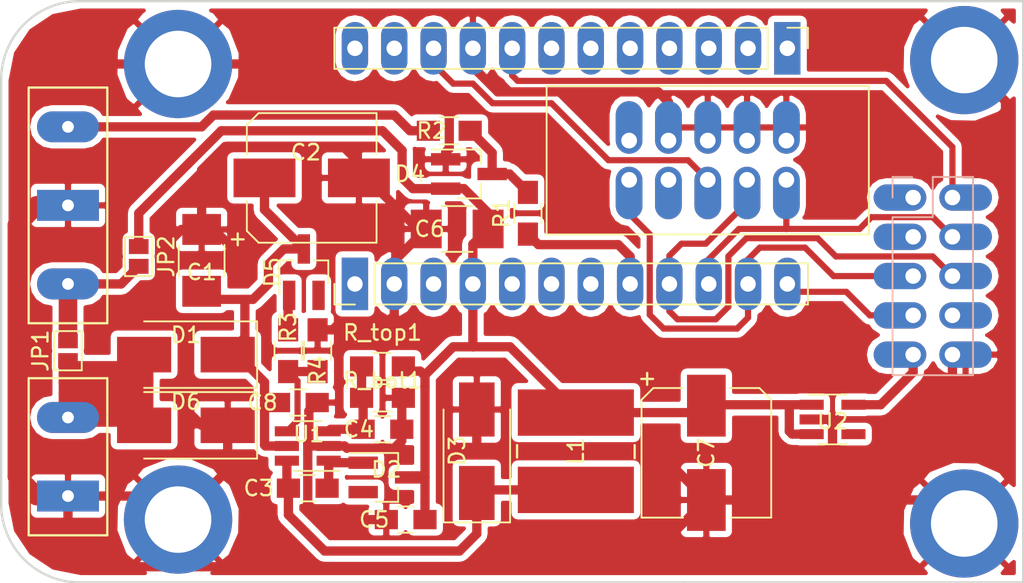
<source format=kicad_pcb>
(kicad_pcb (version 4) (host pcbnew "(2016-08-19 BZR 6308, Git fa85cb3)-product")

  (general
    (links 72)
    (no_connects 1)
    (area 116.681 101.446666 184.303334 143.189)
    (thickness 1.6)
    (drawings 11)
    (tracks 300)
    (zones 0)
    (modules 35)
    (nets 21)
  )

  (page A4)
  (title_block
    (title "Controller Board")
    (date 2017-07-29)
    (rev 1.3-3)
  )

  (layers
    (0 F.Cu signal)
    (31 B.Cu signal)
    (32 B.Adhes user)
    (33 F.Adhes user)
    (34 B.Paste user)
    (35 F.Paste user)
    (36 B.SilkS user)
    (37 F.SilkS user)
    (38 B.Mask user)
    (39 F.Mask user)
    (40 Dwgs.User user)
    (41 Cmts.User user)
    (42 Eco1.User user)
    (43 Eco2.User user)
    (44 Edge.Cuts user)
    (45 Margin user)
    (46 B.CrtYd user)
    (47 F.CrtYd user)
    (48 B.Fab user)
    (49 F.Fab user)
  )

  (setup
    (last_trace_width 0.25)
    (trace_clearance 0.2)
    (zone_clearance 0.4)
    (zone_45_only no)
    (trace_min 0.2)
    (segment_width 0.2)
    (edge_width 0.15)
    (via_size 0.6)
    (via_drill 0.4)
    (via_min_size 0.4)
    (via_min_drill 0.3)
    (uvia_size 0.3)
    (uvia_drill 0.1)
    (uvias_allowed no)
    (uvia_min_size 0.2)
    (uvia_min_drill 0.1)
    (pcb_text_width 0.3)
    (pcb_text_size 1.5 1.5)
    (mod_edge_width 0.15)
    (mod_text_size 1 1)
    (mod_text_width 0.15)
    (pad_size 1.7272 3.4)
    (pad_drill 1.016)
    (pad_to_mask_clearance 0.2)
    (aux_axis_origin 0 0)
    (visible_elements FFFFEFFF)
    (pcbplotparams
      (layerselection 0x00030_80000001)
      (usegerberextensions false)
      (excludeedgelayer true)
      (linewidth 0.100000)
      (plotframeref false)
      (viasonmask false)
      (mode 1)
      (useauxorigin false)
      (hpglpennumber 1)
      (hpglpenspeed 20)
      (hpglpendiameter 15)
      (hpglpenoverlay 2)
      (psnegative false)
      (psa4output false)
      (plotreference true)
      (plotvalue true)
      (plotinvisibletext false)
      (padsonsilk false)
      (subtractmaskfromsilk false)
      (outputformat 1)
      (mirror false)
      (drillshape 0)
      (scaleselection 1)
      (outputdirectory ""))
  )

  (net 0 "")
  (net 1 "Net-(C1-Pad1)")
  (net 2 GND)
  (net 3 "Net-(C3-Pad1)")
  (net 4 "Net-(C3-Pad2)")
  (net 5 "Net-(C4-Pad1)")
  (net 6 VIN)
  (net 7 "Net-(D4-Pad3)")
  (net 8 "Net-(D5-Pad2)")
  (net 9 LEDOUT)
  (net 10 "Net-(R3-Pad1)")
  (net 11 +5V)
  (net 12 INT0)
  (net 13 MISO)
  (net 14 MOSI)
  (net 15 SCK)
  (net 16 SS)
  (net 17 +3V3)
  (net 18 PORTC0)
  (net 19 OUT)
  (net 20 RS)

  (net_class Default "This is the default net class."
    (clearance 0.2)
    (trace_width 0.25)
    (via_dia 0.6)
    (via_drill 0.4)
    (uvia_dia 0.3)
    (uvia_drill 0.1)
  )

  (net_class POWER ""
    (clearance 0.4)
    (trace_width 1.2)
    (via_dia 0.6)
    (via_drill 0.4)
    (uvia_dia 0.3)
    (uvia_drill 0.1)
    (add_net VIN)
  )

  (net_class "selber ätzen" ""
    (clearance 0.2)
    (trace_width 0.6)
    (via_dia 0.6)
    (via_drill 0.4)
    (uvia_dia 0.3)
    (uvia_drill 0.1)
    (add_net +3V3)
    (add_net +5V)
    (add_net GND)
    (add_net LEDOUT)
    (add_net "Net-(C1-Pad1)")
    (add_net "Net-(C3-Pad1)")
    (add_net "Net-(C3-Pad2)")
    (add_net "Net-(C4-Pad1)")
    (add_net "Net-(D4-Pad3)")
    (add_net "Net-(D5-Pad2)")
    (add_net OUT)
    (add_net PORTC0)
  )

  (net_class small ""
    (clearance 0.2)
    (trace_width 0.4)
    (via_dia 0.6)
    (via_drill 0.4)
    (uvia_dia 0.3)
    (uvia_drill 0.1)
    (add_net INT0)
    (add_net MISO)
    (add_net MOSI)
    (add_net "Net-(R3-Pad1)")
    (add_net RS)
    (add_net SCK)
    (add_net SS)
  )

  (module Resistors_SMD:R_0805_HandSoldering (layer F.Cu) (tedit 59740294) (tstamp 58AE46CA)
    (at 141.478 129.286)
    (descr "Resistor SMD 0805, hand soldering")
    (tags "resistor 0805")
    (path /58AE40BF)
    (attr smd)
    (fp_text reference R_bot1 (at 0 -1.1176) (layer F.SilkS)
      (effects (font (size 1 1) (thickness 0.15)))
    )
    (fp_text value 8k2 (at 4.445 -0.1905) (layer F.Fab)
      (effects (font (size 1 1) (thickness 0.15)))
    )
    (fp_text user %R (at 2.8448 -4.4196) (layer F.Fab) hide
      (effects (font (size 1 1) (thickness 0.15)))
    )
    (fp_line (start -1 0.62) (end -1 -0.62) (layer F.Fab) (width 0.1))
    (fp_line (start 1 0.62) (end -1 0.62) (layer F.Fab) (width 0.1))
    (fp_line (start 1 -0.62) (end 1 0.62) (layer F.Fab) (width 0.1))
    (fp_line (start -1 -0.62) (end 1 -0.62) (layer F.Fab) (width 0.1))
    (fp_line (start 0.6 0.88) (end -0.6 0.88) (layer F.SilkS) (width 0.12))
    (fp_line (start -0.6 -0.88) (end 0.6 -0.88) (layer F.SilkS) (width 0.12))
    (fp_line (start -2.35 -0.9) (end 2.35 -0.9) (layer F.CrtYd) (width 0.05))
    (fp_line (start -2.35 -0.9) (end -2.35 0.9) (layer F.CrtYd) (width 0.05))
    (fp_line (start 2.35 0.9) (end 2.35 -0.9) (layer F.CrtYd) (width 0.05))
    (fp_line (start 2.35 0.9) (end -2.35 0.9) (layer F.CrtYd) (width 0.05))
    (pad 1 smd rect (at -1.35 0) (size 1.5 1.3) (layers F.Cu F.Paste F.Mask)
      (net 5 "Net-(C4-Pad1)"))
    (pad 2 smd rect (at 1.35 0) (size 1.5 1.3) (layers F.Cu F.Paste F.Mask)
      (net 2 GND))
    (model Resistors_SMD.3dshapes/R_0805.wrl
      (at (xyz 0 0 0))
      (scale (xyz 1 1 1))
      (rotate (xyz 0 0 0))
    )
  )

  (module Connect:IDC_Header_Straight_10pins (layer F.Cu) (tedit 58F6C117) (tstamp 58F42228)
    (at 157.4165 115.189)
    (descr "10 pins through hole IDC header")
    (tags "IDC header socket VASCH")
    (path /58F41DB7)
    (fp_text reference CON1 (at 5.08 -7.62) (layer F.SilkS) hide
      (effects (font (size 1 1) (thickness 0.15)))
    )
    (fp_text value AVR-ISP-10 (at 6.4008 1.8542) (layer F.Fab)
      (effects (font (size 1 1) (thickness 0.15)))
    )
    (fp_line (start -5.08 -5.82) (end 15.24 -5.82) (layer F.Fab) (width 0.1))
    (fp_line (start -4.54 -5.27) (end 14.68 -5.27) (layer F.Fab) (width 0.1))
    (fp_line (start -5.08 3.28) (end 15.24 3.28) (layer F.Fab) (width 0.1))
    (fp_line (start -4.54 2.73) (end 2.83 2.73) (layer F.Fab) (width 0.1))
    (fp_line (start 7.33 2.73) (end 14.68 2.73) (layer F.Fab) (width 0.1))
    (fp_line (start 2.83 2.73) (end 2.83 3.28) (layer F.Fab) (width 0.1))
    (fp_line (start 7.33 2.73) (end 7.33 3.28) (layer F.Fab) (width 0.1))
    (fp_line (start -5.08 -5.82) (end -5.08 3.28) (layer F.Fab) (width 0.1))
    (fp_line (start -4.54 -5.27) (end -4.54 2.73) (layer F.Fab) (width 0.1))
    (fp_line (start 15.24 -5.82) (end 15.24 3.28) (layer F.Fab) (width 0.1))
    (fp_line (start 14.68 -5.27) (end 14.68 2.73) (layer F.Fab) (width 0.1))
    (fp_line (start -5.08 -5.82) (end -4.54 -5.27) (layer F.Fab) (width 0.1))
    (fp_line (start 15.24 -5.82) (end 14.68 -5.27) (layer F.Fab) (width 0.1))
    (fp_line (start -5.08 3.28) (end -4.54 2.73) (layer F.Fab) (width 0.1))
    (fp_line (start 15.24 3.28) (end 14.68 2.73) (layer F.Fab) (width 0.1))
    (fp_line (start -5.58 -6.32) (end 15.74 -6.32) (layer F.CrtYd) (width 0.05))
    (fp_line (start 15.74 -6.32) (end 15.74 3.78) (layer F.CrtYd) (width 0.05))
    (fp_line (start 15.74 3.78) (end -5.58 3.78) (layer F.CrtYd) (width 0.05))
    (fp_line (start -5.58 3.78) (end -5.58 -6.32) (layer F.CrtYd) (width 0.05))
    (fp_text user 1 (at 0.02 1.72) (layer F.SilkS) hide
      (effects (font (size 1 1) (thickness 0.12)))
    )
    (fp_line (start -5.33 -6.07) (end 15.49 -6.07) (layer F.SilkS) (width 0.12))
    (fp_line (start 15.49 -6.07) (end 15.49 3.53) (layer F.SilkS) (width 0.12))
    (fp_line (start 15.49 3.53) (end -5.33 3.53) (layer F.SilkS) (width 0.12))
    (fp_line (start -5.33 3.53) (end -5.33 -6.07) (layer F.SilkS) (width 0.12))
    (pad 1 thru_hole oval (at 0 0) (size 1.7272 3.4) (drill 1.016 (offset 0 0.85)) (layers *.Cu *.Mask)
      (net 14 MOSI))
    (pad 2 thru_hole oval (at 0 -2.54) (size 1.7272 3.4) (drill 1.016 (offset 0 -0.85)) (layers *.Cu *.Mask))
    (pad 3 thru_hole oval (at 2.54 0) (size 1.7272 3.4) (drill 1.016 (offset 0 0.85)) (layers *.Cu *.Mask))
    (pad 4 thru_hole oval (at 2.54 -2.54) (size 1.7272 3.4) (drill 1.016 (offset 0 -0.85)) (layers *.Cu *.Mask)
      (net 2 GND))
    (pad 5 thru_hole oval (at 5.08 0) (size 1.7272 3.4) (drill 1.016 (offset 0 0.85)) (layers *.Cu *.Mask)
      (net 20 RS))
    (pad 6 thru_hole oval (at 5.08 -2.54) (size 1.7272 3.4) (drill 1.016 (offset 0 -0.85)) (layers *.Cu *.Mask)
      (net 2 GND))
    (pad 7 thru_hole oval (at 7.62 0) (size 1.7272 3.4) (drill 1.016 (offset 0 0.85)) (layers *.Cu *.Mask)
      (net 15 SCK))
    (pad 8 thru_hole oval (at 7.62 -2.54) (size 1.7272 3.4) (drill 1.016 (offset 0 -0.85)) (layers *.Cu *.Mask)
      (net 2 GND))
    (pad 9 thru_hole oval (at 10.16 0) (size 1.7272 3.4) (drill 1.016 (offset 0 0.85)) (layers *.Cu *.Mask)
      (net 13 MISO))
    (pad 10 thru_hole oval (at 10.16 -2.54) (size 1.7272 3.4) (drill 1.016 (offset 0 -0.85)) (layers *.Cu *.Mask)
      (net 2 GND))
  )

  (module Mounting_Holes:MountingHole_4.3mm_M4_ISO14580_Pad (layer F.Cu) (tedit 58C83A16) (tstamp 58C82ED1)
    (at 128.27 137.16)
    (descr "Mounting Hole 4.3mm, M4, ISO14580")
    (tags "mounting hole 4.3mm m4 iso14580")
    (path /58C835FB)
    (fp_text reference P8 (at 0.127 -2.032) (layer F.SilkS) hide
      (effects (font (size 1 1) (thickness 0.15)))
    )
    (fp_text value CONN_01X01 (at 0 4.5) (layer F.Fab) hide
      (effects (font (size 1 1) (thickness 0.15)))
    )
    (fp_circle (center 0 0) (end 3.5 0) (layer Cmts.User) (width 0.15))
    (fp_circle (center 0 0) (end 3.75 0) (layer F.CrtYd) (width 0.05))
    (pad 1 thru_hole circle (at 0 0) (size 7 7) (drill 4.3) (layers *.Cu *.Mask)
      (net 2 GND))
  )

  (module Diodes_SMD:D_SMB_Handsoldering (layer F.Cu) (tedit 58D835BC) (tstamp 58BF3C39)
    (at 147.574 132.7404 90)
    (descr "Diode SMB Handsoldering")
    (tags "Diode SMB Handsoldering")
    (path /58BF397C)
    (attr smd)
    (fp_text reference D3 (at 0.0254 -1.27 90) (layer F.SilkS)
      (effects (font (size 1 1) (thickness 0.15)))
    )
    (fp_text value SS24/SS26 (at 0.0254 1.27 90) (layer F.Fab)
      (effects (font (size 1 1) (thickness 0.15)))
    )
    (fp_line (start -4.6 -2.15) (end -4.6 2.15) (layer F.SilkS) (width 0.12))
    (fp_line (start 2.3 2) (end -2.3 2) (layer F.Fab) (width 0.1))
    (fp_line (start -2.3 2) (end -2.3 -2) (layer F.Fab) (width 0.1))
    (fp_line (start 2.3 -2) (end 2.3 2) (layer F.Fab) (width 0.1))
    (fp_line (start 2.3 -2) (end -2.3 -2) (layer F.Fab) (width 0.1))
    (fp_line (start -4.7 -2.25) (end 4.7 -2.25) (layer F.CrtYd) (width 0.05))
    (fp_line (start 4.7 -2.25) (end 4.7 2.25) (layer F.CrtYd) (width 0.05))
    (fp_line (start 4.7 2.25) (end -4.7 2.25) (layer F.CrtYd) (width 0.05))
    (fp_line (start -4.7 2.25) (end -4.7 -2.25) (layer F.CrtYd) (width 0.05))
    (fp_line (start -0.64944 0.00102) (end -1.55114 0.00102) (layer F.Fab) (width 0.1))
    (fp_line (start 0.50118 0.00102) (end 1.4994 0.00102) (layer F.Fab) (width 0.1))
    (fp_line (start -0.64944 -0.79908) (end -0.64944 0.80112) (layer F.Fab) (width 0.1))
    (fp_line (start 0.50118 0.75032) (end 0.50118 -0.79908) (layer F.Fab) (width 0.1))
    (fp_line (start -0.64944 0.00102) (end 0.50118 0.75032) (layer F.Fab) (width 0.1))
    (fp_line (start -0.64944 0.00102) (end 0.50118 -0.79908) (layer F.Fab) (width 0.1))
    (fp_line (start -4.6 2.15) (end 2.7 2.15) (layer F.SilkS) (width 0.12))
    (fp_line (start -4.6 -2.15) (end 2.7 -2.15) (layer F.SilkS) (width 0.12))
    (pad 1 smd rect (at -2.7 0 90) (size 3.5 2.3) (layers F.Cu F.Paste F.Mask)
      (net 4 "Net-(C3-Pad2)"))
    (pad 2 smd rect (at 2.7 0 90) (size 3.5 2.3) (layers F.Cu F.Paste F.Mask)
      (net 2 GND))
    (model Diodes_SMD.3dshapes/D_SMB_Handsoldering.wrl
      (at (xyz 0 0 0))
      (scale (xyz 0.3937 0.3937 0.3937))
      (rotate (xyz 0 0 180))
    )
  )

  (module Socket_Strips:Socket_Strip_Straight_2x05_Pitch2.54mm (layer B.Cu) (tedit 58AF9C80) (tstamp 58AF5A1B)
    (at 175.768 116.332 180)
    (descr "Through hole straight socket strip, 2x05, 2.54mm pitch, double rows")
    (tags "Through hole socket strip THT 2x05 2.54mm double row")
    (path /58AFBD02)
    (fp_text reference P4 (at -1.27 2.33 180) (layer B.SilkS) hide
      (effects (font (size 1 1) (thickness 0.15)) (justify mirror))
    )
    (fp_text value CONN_02X05 (at -1.27 -12.49 180) (layer B.Fab) hide
      (effects (font (size 1 1) (thickness 0.15)) (justify mirror))
    )
    (fp_line (start -3.81 1.27) (end -3.81 -11.43) (layer B.Fab) (width 0.1))
    (fp_line (start -3.81 -11.43) (end 1.27 -11.43) (layer B.Fab) (width 0.1))
    (fp_line (start 1.27 -11.43) (end 1.27 1.27) (layer B.Fab) (width 0.1))
    (fp_line (start 1.27 1.27) (end -3.81 1.27) (layer B.Fab) (width 0.1))
    (fp_line (start 1.33 -1.27) (end 1.33 -11.49) (layer B.SilkS) (width 0.12))
    (fp_line (start 1.33 -11.49) (end -3.87 -11.49) (layer B.SilkS) (width 0.12))
    (fp_line (start -3.87 -11.49) (end -3.87 1.33) (layer B.SilkS) (width 0.12))
    (fp_line (start -3.87 1.33) (end -1.27 1.33) (layer B.SilkS) (width 0.12))
    (fp_line (start -1.27 1.33) (end -1.27 -1.27) (layer B.SilkS) (width 0.12))
    (fp_line (start -1.27 -1.27) (end 1.33 -1.27) (layer B.SilkS) (width 0.12))
    (fp_line (start 1.33 0) (end 1.33 1.33) (layer B.SilkS) (width 0.12))
    (fp_line (start 1.33 1.33) (end 0.06 1.33) (layer B.SilkS) (width 0.12))
    (fp_line (start -4.1 1.55) (end -4.1 -11.7) (layer B.CrtYd) (width 0.05))
    (fp_line (start -4.1 -11.7) (end 1.55 -11.7) (layer B.CrtYd) (width 0.05))
    (fp_line (start 1.55 -11.7) (end 1.55 1.55) (layer B.CrtYd) (width 0.05))
    (fp_line (start 1.55 1.55) (end -4.1 1.55) (layer B.CrtYd) (width 0.05))
    (pad 1 thru_hole oval (at 0 0 180) (size 3.4 1.7) (drill 1 (offset 0.85 0)) (layers *.Cu *.Mask))
    (pad 2 thru_hole oval (at -2.54 0 180) (size 3.4 1.7) (drill 1 (offset -0.85 0)) (layers *.Cu *.Mask)
      (net 12 INT0))
    (pad 3 thru_hole oval (at 0 -2.54 180) (size 3.4 1.7) (drill 1 (offset 0.85 0)) (layers *.Cu *.Mask))
    (pad 4 thru_hole oval (at -2.54 -2.54 180) (size 3.4 1.7) (drill 1 (offset -0.85 0)) (layers *.Cu *.Mask)
      (net 13 MISO))
    (pad 5 thru_hole oval (at 0 -5.08 180) (size 3.4 1.7) (drill 1 (offset 0.85 0)) (layers *.Cu *.Mask)
      (net 14 MOSI))
    (pad 6 thru_hole oval (at -2.54 -5.08 180) (size 3.4 1.7) (drill 1 (offset -0.85 0)) (layers *.Cu *.Mask)
      (net 15 SCK))
    (pad 7 thru_hole oval (at 0 -7.62 180) (size 3.4 1.7) (drill 1 (offset 0.85 0)) (layers *.Cu *.Mask)
      (net 16 SS))
    (pad 8 thru_hole oval (at -2.54 -7.62 180) (size 3.4 1.7) (drill 1 (offset -0.85 0)) (layers *.Cu *.Mask))
    (pad 9 thru_hole oval (at 0 -10.16 180) (size 3.4 1.7) (drill 1 (offset 0.85 0)) (layers *.Cu *.Mask)
      (net 17 +3V3))
    (pad 10 thru_hole oval (at -2.54 -10.16 180) (size 3.4 1.7) (drill 1 (offset -0.85 0)) (layers *.Cu *.Mask)
      (net 2 GND))
    (model Socket_Strips.3dshapes/Socket_Strip_Straight_2x05_Pitch2.54mm.wrl
      (at (xyz -0.05 -0.2 0))
      (scale (xyz 1 1 1))
      (rotate (xyz 0 0 270))
    )
  )

  (module Capacitors_SMD:CP_Elec_8x10 (layer F.Cu) (tedit 58F6C152) (tstamp 58AE4628)
    (at 136.906 115.062)
    (descr "SMT capacitor, aluminium electrolytic, 8x10")
    (path /58AE0CBD)
    (attr smd)
    (fp_text reference C2 (at -0.381 -1.651) (layer F.SilkS)
      (effects (font (size 1 1) (thickness 0.15)))
    )
    (fp_text value 100u (at -0.381 -0.254) (layer F.Fab)
      (effects (font (size 1 1) (thickness 0.15)))
    )
    (fp_circle (center 0 0) (end -0.6 3.9) (layer F.Fab) (width 0.1))
    (fp_text user + (at -2.286 0) (layer F.Fab)
      (effects (font (size 1 1) (thickness 0.15)))
    )
    (fp_text user + (at -4.78 3.9) (layer F.SilkS)
      (effects (font (size 1 1) (thickness 0.15)))
    )
    (fp_text user %R (at -0.381 -1.651) (layer F.Fab)
      (effects (font (size 1 1) (thickness 0.15)))
    )
    (fp_line (start 4.04 4.04) (end 4.04 -4.04) (layer F.Fab) (width 0.1))
    (fp_line (start -3.37 4.04) (end 4.04 4.04) (layer F.Fab) (width 0.1))
    (fp_line (start -4.04 3.37) (end -3.37 4.04) (layer F.Fab) (width 0.1))
    (fp_line (start -4.04 -3.37) (end -4.04 3.37) (layer F.Fab) (width 0.1))
    (fp_line (start -3.37 -4.04) (end -4.04 -3.37) (layer F.Fab) (width 0.1))
    (fp_line (start 4.04 -4.04) (end -3.37 -4.04) (layer F.Fab) (width 0.1))
    (fp_line (start 4.19 4.19) (end 4.19 1.51) (layer F.SilkS) (width 0.12))
    (fp_line (start 4.19 -4.19) (end 4.19 -1.51) (layer F.SilkS) (width 0.12))
    (fp_line (start -4.19 -3.43) (end -4.19 -1.51) (layer F.SilkS) (width 0.12))
    (fp_line (start -4.19 3.43) (end -4.19 1.51) (layer F.SilkS) (width 0.12))
    (fp_line (start 4.19 4.19) (end -3.43 4.19) (layer F.SilkS) (width 0.12))
    (fp_line (start -3.43 4.19) (end -4.19 3.43) (layer F.SilkS) (width 0.12))
    (fp_line (start -4.19 -3.43) (end -3.43 -4.19) (layer F.SilkS) (width 0.12))
    (fp_line (start -3.43 -4.19) (end 4.19 -4.19) (layer F.SilkS) (width 0.12))
    (fp_line (start -5.3 -4.29) (end 5.3 -4.29) (layer F.CrtYd) (width 0.05))
    (fp_line (start -5.3 -4.29) (end -5.3 4.29) (layer F.CrtYd) (width 0.05))
    (fp_line (start 5.3 4.29) (end 5.3 -4.29) (layer F.CrtYd) (width 0.05))
    (fp_line (start 5.3 4.29) (end -5.3 4.29) (layer F.CrtYd) (width 0.05))
    (pad 1 smd rect (at -3.05 0 180) (size 4 2.5) (layers F.Cu F.Paste F.Mask)
      (net 1 "Net-(C1-Pad1)"))
    (pad 2 smd rect (at 3.05 0 180) (size 4 2.5) (layers F.Cu F.Paste F.Mask)
      (net 2 GND))
    (model Capacitors_SMD.3dshapes/CP_Elec_8x10.wrl
      (at (xyz 0 0 0))
      (scale (xyz 1 1 1))
      (rotate (xyz 0 0 180))
    )
  )

  (module Capacitors_SMD:C_0805_HandSoldering (layer F.Cu) (tedit 58C83B5F) (tstamp 58AE462E)
    (at 136.652 135.128 180)
    (descr "Capacitor SMD 0805, hand soldering")
    (tags "capacitor 0805")
    (path /58AE29FA)
    (attr smd)
    (fp_text reference C3 (at 3.175 0 180) (layer F.SilkS)
      (effects (font (size 1 1) (thickness 0.15)))
    )
    (fp_text value 100n (at 0 0 180) (layer F.Fab)
      (effects (font (size 1 1) (thickness 0.15)))
    )
    (fp_text user %R (at 3.175 0 180) (layer F.Fab)
      (effects (font (size 1 1) (thickness 0.15)))
    )
    (fp_line (start -1 0.62) (end -1 -0.62) (layer F.Fab) (width 0.1))
    (fp_line (start 1 0.62) (end -1 0.62) (layer F.Fab) (width 0.1))
    (fp_line (start 1 -0.62) (end 1 0.62) (layer F.Fab) (width 0.1))
    (fp_line (start -1 -0.62) (end 1 -0.62) (layer F.Fab) (width 0.1))
    (fp_line (start 0.5 -0.85) (end -0.5 -0.85) (layer F.SilkS) (width 0.12))
    (fp_line (start -0.5 0.85) (end 0.5 0.85) (layer F.SilkS) (width 0.12))
    (fp_line (start -2.25 -0.88) (end 2.25 -0.88) (layer F.CrtYd) (width 0.05))
    (fp_line (start -2.25 -0.88) (end -2.25 0.87) (layer F.CrtYd) (width 0.05))
    (fp_line (start 2.25 0.87) (end 2.25 -0.88) (layer F.CrtYd) (width 0.05))
    (fp_line (start 2.25 0.87) (end -2.25 0.87) (layer F.CrtYd) (width 0.05))
    (pad 1 smd rect (at -1.25 0 180) (size 1.5 1.25) (layers F.Cu F.Paste F.Mask)
      (net 3 "Net-(C3-Pad1)"))
    (pad 2 smd rect (at 1.25 0 180) (size 1.5 1.25) (layers F.Cu F.Paste F.Mask)
      (net 4 "Net-(C3-Pad2)"))
    (model Capacitors_SMD.3dshapes/C_0805.wrl
      (at (xyz 0 0 0))
      (scale (xyz 1 1 1))
      (rotate (xyz 0 0 0))
    )
  )

  (module Capacitors_SMD:CP_Elec_8x10 (layer F.Cu) (tedit 58AF9D05) (tstamp 58AE4646)
    (at 162.4076 132.842 270)
    (descr "SMT capacitor, aluminium electrolytic, 8x10")
    (path /58AE59F1)
    (attr smd)
    (fp_text reference C7 (at 0 0 270) (layer F.SilkS)
      (effects (font (size 1 1) (thickness 0.15)))
    )
    (fp_text value 470u (at 0 -1.778 270) (layer F.Fab)
      (effects (font (size 1 1) (thickness 0.15)))
    )
    (fp_circle (center 0 0) (end -0.6 3.9) (layer F.Fab) (width 0.1))
    (fp_text user + (at -2.31 -0.08 270) (layer F.Fab)
      (effects (font (size 1 1) (thickness 0.15)))
    )
    (fp_text user + (at -4.78 3.9 270) (layer F.SilkS)
      (effects (font (size 1 1) (thickness 0.15)))
    )
    (fp_text user %R (at 0 0 270) (layer F.Fab)
      (effects (font (size 1 1) (thickness 0.15)))
    )
    (fp_line (start 4.04 4.04) (end 4.04 -4.04) (layer F.Fab) (width 0.1))
    (fp_line (start -3.37 4.04) (end 4.04 4.04) (layer F.Fab) (width 0.1))
    (fp_line (start -4.04 3.37) (end -3.37 4.04) (layer F.Fab) (width 0.1))
    (fp_line (start -4.04 -3.37) (end -4.04 3.37) (layer F.Fab) (width 0.1))
    (fp_line (start -3.37 -4.04) (end -4.04 -3.37) (layer F.Fab) (width 0.1))
    (fp_line (start 4.04 -4.04) (end -3.37 -4.04) (layer F.Fab) (width 0.1))
    (fp_line (start 4.19 4.19) (end 4.19 1.51) (layer F.SilkS) (width 0.12))
    (fp_line (start 4.19 -4.19) (end 4.19 -1.51) (layer F.SilkS) (width 0.12))
    (fp_line (start -4.19 -3.43) (end -4.19 -1.51) (layer F.SilkS) (width 0.12))
    (fp_line (start -4.19 3.43) (end -4.19 1.51) (layer F.SilkS) (width 0.12))
    (fp_line (start 4.19 4.19) (end -3.43 4.19) (layer F.SilkS) (width 0.12))
    (fp_line (start -3.43 4.19) (end -4.19 3.43) (layer F.SilkS) (width 0.12))
    (fp_line (start -4.19 -3.43) (end -3.43 -4.19) (layer F.SilkS) (width 0.12))
    (fp_line (start -3.43 -4.19) (end 4.19 -4.19) (layer F.SilkS) (width 0.12))
    (fp_line (start -5.3 -4.29) (end 5.3 -4.29) (layer F.CrtYd) (width 0.05))
    (fp_line (start -5.3 -4.29) (end -5.3 4.29) (layer F.CrtYd) (width 0.05))
    (fp_line (start 5.3 4.29) (end 5.3 -4.29) (layer F.CrtYd) (width 0.05))
    (fp_line (start 5.3 4.29) (end -5.3 4.29) (layer F.CrtYd) (width 0.05))
    (pad 1 smd rect (at -3.05 0 90) (size 4 2.5) (layers F.Cu F.Paste F.Mask)
      (net 11 +5V))
    (pad 2 smd rect (at 3.05 0 90) (size 4 2.5) (layers F.Cu F.Paste F.Mask)
      (net 2 GND))
    (model Capacitors_SMD.3dshapes/CP_Elec_8x10.wrl
      (at (xyz 0 0 0))
      (scale (xyz 1 1 1))
      (rotate (xyz 0 0 180))
    )
  )

  (module Resistors_SMD:R_0805_HandSoldering (layer F.Cu) (tedit 58C8391D) (tstamp 58AE46A6)
    (at 145.796 112.014)
    (descr "Resistor SMD 0805, hand soldering")
    (tags "resistor 0805")
    (path /58ADF7A7)
    (attr smd)
    (fp_text reference R2 (at -1.143 0) (layer F.SilkS)
      (effects (font (size 1 1) (thickness 0.15)))
    )
    (fp_text value 50R (at 2.54 0.127) (layer F.Fab)
      (effects (font (size 1 1) (thickness 0.15)))
    )
    (fp_text user %R (at -1.143 0) (layer F.Fab)
      (effects (font (size 1 1) (thickness 0.15)))
    )
    (fp_line (start -1 0.62) (end -1 -0.62) (layer F.Fab) (width 0.1))
    (fp_line (start 1 0.62) (end -1 0.62) (layer F.Fab) (width 0.1))
    (fp_line (start 1 -0.62) (end 1 0.62) (layer F.Fab) (width 0.1))
    (fp_line (start -1 -0.62) (end 1 -0.62) (layer F.Fab) (width 0.1))
    (fp_line (start 0.6 0.88) (end -0.6 0.88) (layer F.SilkS) (width 0.12))
    (fp_line (start -0.6 -0.88) (end 0.6 -0.88) (layer F.SilkS) (width 0.12))
    (fp_line (start -2.35 -0.9) (end 2.35 -0.9) (layer F.CrtYd) (width 0.05))
    (fp_line (start -2.35 -0.9) (end -2.35 0.9) (layer F.CrtYd) (width 0.05))
    (fp_line (start 2.35 0.9) (end 2.35 -0.9) (layer F.CrtYd) (width 0.05))
    (fp_line (start 2.35 0.9) (end -2.35 0.9) (layer F.CrtYd) (width 0.05))
    (pad 1 smd rect (at -1.35 0) (size 1.5 1.3) (layers F.Cu F.Paste F.Mask)
      (net 9 LEDOUT))
    (pad 2 smd rect (at 1.35 0) (size 1.5 1.3) (layers F.Cu F.Paste F.Mask)
      (net 7 "Net-(D4-Pad3)"))
    (model Resistors_SMD.3dshapes/R_0805.wrl
      (at (xyz 0 0 0))
      (scale (xyz 1 1 1))
      (rotate (xyz 0 0 0))
    )
  )

  (module Capacitors_SMD:C_1210_HandSoldering (layer F.Cu) (tedit 58C837D1) (tstamp 58AE4622)
    (at 129.794 120.396 90)
    (descr "Capacitor SMD 1210, hand soldering")
    (tags "capacitor 1210")
    (path /58AE0D4E)
    (attr smd)
    (fp_text reference C1 (at -0.762 0 180) (layer F.SilkS)
      (effects (font (size 1 1) (thickness 0.15)))
    )
    (fp_text value 10u (at 0.635 0 180) (layer F.Fab)
      (effects (font (size 1 1) (thickness 0.15)))
    )
    (fp_text user %R (at -0.762 0 180) (layer F.Fab)
      (effects (font (size 1 1) (thickness 0.15)))
    )
    (fp_line (start -1.6 1.25) (end -1.6 -1.25) (layer F.Fab) (width 0.1))
    (fp_line (start 1.6 1.25) (end -1.6 1.25) (layer F.Fab) (width 0.1))
    (fp_line (start 1.6 -1.25) (end 1.6 1.25) (layer F.Fab) (width 0.1))
    (fp_line (start -1.6 -1.25) (end 1.6 -1.25) (layer F.Fab) (width 0.1))
    (fp_line (start 1 -1.48) (end -1 -1.48) (layer F.SilkS) (width 0.12))
    (fp_line (start -1 1.48) (end 1 1.48) (layer F.SilkS) (width 0.12))
    (fp_line (start -3.25 -1.5) (end 3.25 -1.5) (layer F.CrtYd) (width 0.05))
    (fp_line (start -3.25 -1.5) (end -3.25 1.5) (layer F.CrtYd) (width 0.05))
    (fp_line (start 3.25 1.5) (end 3.25 -1.5) (layer F.CrtYd) (width 0.05))
    (fp_line (start 3.25 1.5) (end -3.25 1.5) (layer F.CrtYd) (width 0.05))
    (pad 1 smd rect (at -2 0 90) (size 2 2.5) (layers F.Cu F.Paste F.Mask)
      (net 1 "Net-(C1-Pad1)"))
    (pad 2 smd rect (at 2 0 90) (size 2 2.5) (layers F.Cu F.Paste F.Mask)
      (net 2 GND))
    (model Capacitors_SMD.3dshapes/C_1210.wrl
      (at (xyz 0 0 0))
      (scale (xyz 1 1 1))
      (rotate (xyz 0 0 0))
    )
  )

  (module Capacitors_SMD:C_0805_HandSoldering (layer F.Cu) (tedit 58AF9CE5) (tstamp 58AE4634)
    (at 141.478 131.318)
    (descr "Capacitor SMD 0805, hand soldering")
    (tags "capacitor 0805")
    (path /58AE4C22)
    (attr smd)
    (fp_text reference C4 (at -1.524 0) (layer F.SilkS)
      (effects (font (size 1 1) (thickness 0.15)))
    )
    (fp_text value n.b. (at 1.27 0) (layer F.Fab)
      (effects (font (size 1 1) (thickness 0.15)))
    )
    (fp_text user %R (at -1.524 0) (layer F.Fab)
      (effects (font (size 1 1) (thickness 0.15)))
    )
    (fp_line (start -1 0.62) (end -1 -0.62) (layer F.Fab) (width 0.1))
    (fp_line (start 1 0.62) (end -1 0.62) (layer F.Fab) (width 0.1))
    (fp_line (start 1 -0.62) (end 1 0.62) (layer F.Fab) (width 0.1))
    (fp_line (start -1 -0.62) (end 1 -0.62) (layer F.Fab) (width 0.1))
    (fp_line (start 0.5 -0.85) (end -0.5 -0.85) (layer F.SilkS) (width 0.12))
    (fp_line (start -0.5 0.85) (end 0.5 0.85) (layer F.SilkS) (width 0.12))
    (fp_line (start -2.25 -0.88) (end 2.25 -0.88) (layer F.CrtYd) (width 0.05))
    (fp_line (start -2.25 -0.88) (end -2.25 0.87) (layer F.CrtYd) (width 0.05))
    (fp_line (start 2.25 0.87) (end 2.25 -0.88) (layer F.CrtYd) (width 0.05))
    (fp_line (start 2.25 0.87) (end -2.25 0.87) (layer F.CrtYd) (width 0.05))
    (pad 1 smd rect (at -1.25 0) (size 1.5 1.25) (layers F.Cu F.Paste F.Mask)
      (net 5 "Net-(C4-Pad1)"))
    (pad 2 smd rect (at 1.25 0) (size 1.5 1.25) (layers F.Cu F.Paste F.Mask)
      (net 2 GND))
    (model Capacitors_SMD.3dshapes/C_0805.wrl
      (at (xyz 0 0 0))
      (scale (xyz 1 1 1))
      (rotate (xyz 0 0 0))
    )
  )

  (module Capacitors_SMD:C_1210_HandSoldering (layer F.Cu) (tedit 58C838B6) (tstamp 58AE4640)
    (at 146.304 118.364 180)
    (descr "Capacitor SMD 1210, hand soldering")
    (tags "capacitor 1210")
    (path /58AE58E7)
    (attr smd)
    (fp_text reference C6 (at 1.778 0 180) (layer F.SilkS)
      (effects (font (size 1 1) (thickness 0.15)))
    )
    (fp_text value 10u (at -1.27 0 180) (layer F.Fab)
      (effects (font (size 1 1) (thickness 0.15)))
    )
    (fp_text user %R (at 1.778 0 180) (layer F.Fab)
      (effects (font (size 1 1) (thickness 0.15)))
    )
    (fp_line (start -1.6 1.25) (end -1.6 -1.25) (layer F.Fab) (width 0.1))
    (fp_line (start 1.6 1.25) (end -1.6 1.25) (layer F.Fab) (width 0.1))
    (fp_line (start 1.6 -1.25) (end 1.6 1.25) (layer F.Fab) (width 0.1))
    (fp_line (start -1.6 -1.25) (end 1.6 -1.25) (layer F.Fab) (width 0.1))
    (fp_line (start 1 -1.48) (end -1 -1.48) (layer F.SilkS) (width 0.12))
    (fp_line (start -1 1.48) (end 1 1.48) (layer F.SilkS) (width 0.12))
    (fp_line (start -3.25 -1.5) (end 3.25 -1.5) (layer F.CrtYd) (width 0.05))
    (fp_line (start -3.25 -1.5) (end -3.25 1.5) (layer F.CrtYd) (width 0.05))
    (fp_line (start 3.25 1.5) (end 3.25 -1.5) (layer F.CrtYd) (width 0.05))
    (fp_line (start 3.25 1.5) (end -3.25 1.5) (layer F.CrtYd) (width 0.05))
    (pad 1 smd rect (at -2 0 180) (size 2 2.5) (layers F.Cu F.Paste F.Mask)
      (net 11 +5V))
    (pad 2 smd rect (at 2 0 180) (size 2 2.5) (layers F.Cu F.Paste F.Mask)
      (net 2 GND))
    (model Capacitors_SMD.3dshapes/C_1210.wrl
      (at (xyz 0 0 0))
      (scale (xyz 1 1 1))
      (rotate (xyz 0 0 0))
    )
  )

  (module Diodes_SMD:D_SMB_Handsoldering (layer F.Cu) (tedit 58F6C102) (tstamp 58AE464C)
    (at 128.778 126.492 180)
    (descr "Diode SMB Handsoldering")
    (tags "Diode SMB Handsoldering")
    (path /58AE103D)
    (attr smd)
    (fp_text reference D1 (at 0 1.27 180) (layer F.SilkS)
      (effects (font (size 1 1) (thickness 0.15)))
    )
    (fp_text value SS24/SS26 (at 0 -1.397 180) (layer F.Fab)
      (effects (font (size 1 1) (thickness 0.15)))
    )
    (fp_line (start -4.6 -2.15) (end -4.6 2.15) (layer F.SilkS) (width 0.12))
    (fp_line (start 2.3 2) (end -2.3 2) (layer F.Fab) (width 0.1))
    (fp_line (start -2.3 2) (end -2.3 -2) (layer F.Fab) (width 0.1))
    (fp_line (start 2.3 -2) (end 2.3 2) (layer F.Fab) (width 0.1))
    (fp_line (start 2.3 -2) (end -2.3 -2) (layer F.Fab) (width 0.1))
    (fp_line (start -4.7 -2.25) (end 4.7 -2.25) (layer F.CrtYd) (width 0.05))
    (fp_line (start 4.7 -2.25) (end 4.7 2.25) (layer F.CrtYd) (width 0.05))
    (fp_line (start 4.7 2.25) (end -4.7 2.25) (layer F.CrtYd) (width 0.05))
    (fp_line (start -4.7 2.25) (end -4.7 -2.25) (layer F.CrtYd) (width 0.05))
    (fp_line (start -0.64944 0.00102) (end -1.55114 0.00102) (layer F.Fab) (width 0.1))
    (fp_line (start 0.50118 0.00102) (end 1.4994 0.00102) (layer F.Fab) (width 0.1))
    (fp_line (start -0.64944 -0.79908) (end -0.64944 0.80112) (layer F.Fab) (width 0.1))
    (fp_line (start 0.50118 0.75032) (end 0.50118 -0.79908) (layer F.Fab) (width 0.1))
    (fp_line (start -0.64944 0.00102) (end 0.50118 0.75032) (layer F.Fab) (width 0.1))
    (fp_line (start -0.64944 0.00102) (end 0.50118 -0.79908) (layer F.Fab) (width 0.1))
    (fp_line (start -4.6 2.15) (end 2.7 2.15) (layer F.SilkS) (width 0.12))
    (fp_line (start -4.6 -2.15) (end 2.7 -2.15) (layer F.SilkS) (width 0.12))
    (pad 1 smd rect (at -2.7 0 180) (size 3.5 2.3) (layers F.Cu F.Paste F.Mask)
      (net 1 "Net-(C1-Pad1)"))
    (pad 2 smd rect (at 2.7 0 180) (size 3.5 2.3) (layers F.Cu F.Paste F.Mask)
      (net 6 VIN))
    (model Diodes_SMD.3dshapes/D_SMB_Handsoldering.wrl
      (at (xyz 0 0 0))
      (scale (xyz 0.3937 0.3937 0.3937))
      (rotate (xyz 0 0 180))
    )
  )

  (module TO_SOT_Packages_SMD:SOT-23_Handsoldering (layer F.Cu) (tedit 58AF9B92) (tstamp 58AE4653)
    (at 141.732 134.432)
    (descr "SOT-23, Handsoldering")
    (tags SOT-23)
    (path /58ADF4AE)
    (attr smd)
    (fp_text reference D2 (at 0 -0.508) (layer F.SilkS)
      (effects (font (size 1 1) (thickness 0.15)))
    )
    (fp_text value BAS70-06 (at 0.508 1.016) (layer F.Fab)
      (effects (font (size 1 1) (thickness 0.15)))
    )
    (fp_line (start 0.76 1.58) (end 0.76 0.65) (layer F.SilkS) (width 0.12))
    (fp_line (start 0.76 -1.58) (end 0.76 -0.65) (layer F.SilkS) (width 0.12))
    (fp_line (start -2.7 -1.75) (end 2.7 -1.75) (layer F.CrtYd) (width 0.05))
    (fp_line (start 2.7 -1.75) (end 2.7 1.75) (layer F.CrtYd) (width 0.05))
    (fp_line (start 2.7 1.75) (end -2.7 1.75) (layer F.CrtYd) (width 0.05))
    (fp_line (start -2.7 1.75) (end -2.7 -1.75) (layer F.CrtYd) (width 0.05))
    (fp_line (start 0.76 -1.58) (end -2.4 -1.58) (layer F.SilkS) (width 0.12))
    (fp_line (start -0.7 -0.95) (end -0.7 1.5) (layer F.Fab) (width 0.1))
    (fp_line (start -0.15 -1.52) (end 0.7 -1.52) (layer F.Fab) (width 0.1))
    (fp_line (start -0.7 -0.95) (end -0.15 -1.52) (layer F.Fab) (width 0.1))
    (fp_line (start 0.7 -1.52) (end 0.7 1.52) (layer F.Fab) (width 0.1))
    (fp_line (start -0.7 1.52) (end 0.7 1.52) (layer F.Fab) (width 0.1))
    (fp_line (start 0.76 1.58) (end -0.7 1.58) (layer F.SilkS) (width 0.12))
    (pad 1 smd rect (at -1.5 -0.95) (size 1.9 0.8) (layers F.Cu F.Paste F.Mask)
      (net 3 "Net-(C3-Pad1)"))
    (pad 2 smd rect (at -1.5 0.95) (size 1.9 0.8) (layers F.Cu F.Paste F.Mask))
    (pad 3 smd rect (at 1.5 0) (size 1.9 0.8) (layers F.Cu F.Paste F.Mask)
      (net 11 +5V))
    (model TO_SOT_Packages_SMD.3dshapes\SOT-23_Handsoldering.wrl
      (at (xyz 0 0 0))
      (scale (xyz 1 1 1))
      (rotate (xyz 0 0 90))
    )
  )

  (module TO_SOT_Packages_SMD:SOT-23_Handsoldering (layer F.Cu) (tedit 58F6C11F) (tstamp 58AE4660)
    (at 147.066 114.808)
    (descr "SOT-23, Handsoldering")
    (tags SOT-23)
    (path /58ADF252)
    (attr smd)
    (fp_text reference D4 (at -3.81 0) (layer F.SilkS)
      (effects (font (size 1 1) (thickness 0.15)))
    )
    (fp_text value BAV99 (at 0 0) (layer F.Fab)
      (effects (font (size 1 1) (thickness 0.15)))
    )
    (fp_line (start 0.76 1.58) (end 0.76 0.65) (layer F.SilkS) (width 0.12))
    (fp_line (start 0.76 -1.58) (end 0.76 -0.65) (layer F.SilkS) (width 0.12))
    (fp_line (start -2.7 -1.75) (end 2.7 -1.75) (layer F.CrtYd) (width 0.05))
    (fp_line (start 2.7 -1.75) (end 2.7 1.75) (layer F.CrtYd) (width 0.05))
    (fp_line (start 2.7 1.75) (end -2.7 1.75) (layer F.CrtYd) (width 0.05))
    (fp_line (start -2.7 1.75) (end -2.7 -1.75) (layer F.CrtYd) (width 0.05))
    (fp_line (start 0.76 -1.58) (end -2.4 -1.58) (layer F.SilkS) (width 0.12))
    (fp_line (start -0.7 -0.95) (end -0.7 1.5) (layer F.Fab) (width 0.1))
    (fp_line (start -0.15 -1.52) (end 0.7 -1.52) (layer F.Fab) (width 0.1))
    (fp_line (start -0.7 -0.95) (end -0.15 -1.52) (layer F.Fab) (width 0.1))
    (fp_line (start 0.7 -1.52) (end 0.7 1.52) (layer F.Fab) (width 0.1))
    (fp_line (start -0.7 1.52) (end 0.7 1.52) (layer F.Fab) (width 0.1))
    (fp_line (start 0.76 1.58) (end -0.7 1.58) (layer F.SilkS) (width 0.12))
    (pad 1 smd rect (at -1.5 -0.95) (size 1.9 0.8) (layers F.Cu F.Paste F.Mask)
      (net 2 GND))
    (pad 2 smd rect (at -1.5 0.95) (size 1.9 0.8) (layers F.Cu F.Paste F.Mask)
      (net 11 +5V))
    (pad 3 smd rect (at 1.5 0) (size 1.9 0.8) (layers F.Cu F.Paste F.Mask)
      (net 7 "Net-(D4-Pad3)"))
    (model TO_SOT_Packages_SMD.3dshapes\SOT-23_Handsoldering.wrl
      (at (xyz 0 0 0))
      (scale (xyz 1 1 1))
      (rotate (xyz 0 0 90))
    )
  )

  (module RND_Connectors:2_5.08mm (layer F.Cu) (tedit 58AF9C97) (tstamp 58AE4686)
    (at 121.158 130.556 270)
    (path /58AE06B7)
    (fp_text reference P1 (at 4.572 3.302 270) (layer F.SilkS) hide
      (effects (font (size 1 1) (thickness 0.15)))
    )
    (fp_text value VIN (at 2.54 3.302 270) (layer F.Fab)
      (effects (font (size 1 1) (thickness 0.15)))
    )
    (fp_line (start -2.54 2.54) (end 7.62 2.54) (layer F.SilkS) (width 0.15))
    (fp_line (start 7.62 2.54) (end 7.62 -2.54) (layer F.SilkS) (width 0.15))
    (fp_line (start 7.62 -2.54) (end -2.54 -2.54) (layer F.SilkS) (width 0.15))
    (fp_line (start -2.54 -2.54) (end -2.54 2.54) (layer F.SilkS) (width 0.15))
    (pad 1 thru_hole oval (at 0 0 270) (size 2 4) (drill 0.762) (layers *.Cu *.Mask)
      (net 6 VIN))
    (pad 2 thru_hole rect (at 5.08 0 270) (size 2 4) (drill 0.762) (layers *.Cu *.Mask)
      (net 2 GND))
  )

  (module RND_Connectors:3_5.08mm (layer F.Cu) (tedit 58AF9C92) (tstamp 58AE468D)
    (at 121.158 111.76 270)
    (path /58AEA124)
    (fp_text reference P2 (at 9.144 3.302 270) (layer F.SilkS) hide
      (effects (font (size 1 1) (thickness 0.15)))
    )
    (fp_text value LEDOUT (at 5.08 3.302 270) (layer F.Fab)
      (effects (font (size 1 1) (thickness 0.15)))
    )
    (fp_line (start -2.54 2.54) (end 12.7 2.54) (layer F.SilkS) (width 0.15))
    (fp_line (start 12.7 2.54) (end 12.7 -2.54) (layer F.SilkS) (width 0.15))
    (fp_line (start 12.7 -2.54) (end -2.54 -2.54) (layer F.SilkS) (width 0.15))
    (fp_line (start -2.54 -2.54) (end -2.54 2.54) (layer F.SilkS) (width 0.15))
    (pad 1 thru_hole oval (at 0 0 270) (size 2 4) (drill 0.762) (layers *.Cu *.Mask)
      (net 9 LEDOUT))
    (pad 2 thru_hole rect (at 5.08 0 270) (size 2 4) (drill 0.762) (layers *.Cu *.Mask)
      (net 2 GND))
    (pad 3 thru_hole oval (at 10.16 0 270) (size 2 4) (drill 0.762) (layers *.Cu *.Mask)
      (net 19 OUT))
  )

  (module Resistors_SMD:R_0805_HandSoldering (layer F.Cu) (tedit 58F42157) (tstamp 58AE46A0)
    (at 150.876 117.348 90)
    (descr "Resistor SMD 0805, hand soldering")
    (tags "resistor 0805")
    (path /58ADF902)
    (attr smd)
    (fp_text reference R1 (at 0 -1.7 90) (layer F.SilkS)
      (effects (font (size 1 1) (thickness 0.15)))
    )
    (fp_text value 50R (at 0.4445 0.0508 90) (layer F.Fab)
      (effects (font (size 1 1) (thickness 0.15)))
    )
    (fp_text user %R (at 0 -1.7 90) (layer F.Fab)
      (effects (font (size 1 1) (thickness 0.15)))
    )
    (fp_line (start -1 0.62) (end -1 -0.62) (layer F.Fab) (width 0.1))
    (fp_line (start 1 0.62) (end -1 0.62) (layer F.Fab) (width 0.1))
    (fp_line (start 1 -0.62) (end 1 0.62) (layer F.Fab) (width 0.1))
    (fp_line (start -1 -0.62) (end 1 -0.62) (layer F.Fab) (width 0.1))
    (fp_line (start 0.6 0.88) (end -0.6 0.88) (layer F.SilkS) (width 0.12))
    (fp_line (start -0.6 -0.88) (end 0.6 -0.88) (layer F.SilkS) (width 0.12))
    (fp_line (start -2.35 -0.9) (end 2.35 -0.9) (layer F.CrtYd) (width 0.05))
    (fp_line (start -2.35 -0.9) (end -2.35 0.9) (layer F.CrtYd) (width 0.05))
    (fp_line (start 2.35 0.9) (end 2.35 -0.9) (layer F.CrtYd) (width 0.05))
    (fp_line (start 2.35 0.9) (end -2.35 0.9) (layer F.CrtYd) (width 0.05))
    (pad 1 smd rect (at -1.35 0 90) (size 1.5 1.3) (layers F.Cu F.Paste F.Mask)
      (net 18 PORTC0))
    (pad 2 smd rect (at 1.35 0 90) (size 1.5 1.3) (layers F.Cu F.Paste F.Mask)
      (net 7 "Net-(D4-Pad3)"))
    (model Resistors_SMD.3dshapes/R_0805.wrl
      (at (xyz 0 0 0))
      (scale (xyz 1 1 1))
      (rotate (xyz 0 0 0))
    )
  )

  (module Resistors_SMD:R_0805_HandSoldering (layer F.Cu) (tedit 58BAE107) (tstamp 58AE46AC)
    (at 135.382 126.238 90)
    (descr "Resistor SMD 0805, hand soldering")
    (tags "resistor 0805")
    (path /58AE1861)
    (attr smd)
    (fp_text reference R3 (at 1.524 0 90) (layer F.SilkS)
      (effects (font (size 1 1) (thickness 0.15)))
    )
    (fp_text value 10k (at -1.143 0 90) (layer F.Fab)
      (effects (font (size 1 1) (thickness 0.15)))
    )
    (fp_text user %R (at 1.524 0 90) (layer F.Fab)
      (effects (font (size 1 1) (thickness 0.15)))
    )
    (fp_line (start -1 0.62) (end -1 -0.62) (layer F.Fab) (width 0.1))
    (fp_line (start 1 0.62) (end -1 0.62) (layer F.Fab) (width 0.1))
    (fp_line (start 1 -0.62) (end 1 0.62) (layer F.Fab) (width 0.1))
    (fp_line (start -1 -0.62) (end 1 -0.62) (layer F.Fab) (width 0.1))
    (fp_line (start 0.6 0.88) (end -0.6 0.88) (layer F.SilkS) (width 0.12))
    (fp_line (start -0.6 -0.88) (end 0.6 -0.88) (layer F.SilkS) (width 0.12))
    (fp_line (start -2.35 -0.9) (end 2.35 -0.9) (layer F.CrtYd) (width 0.05))
    (fp_line (start -2.35 -0.9) (end -2.35 0.9) (layer F.CrtYd) (width 0.05))
    (fp_line (start 2.35 0.9) (end 2.35 -0.9) (layer F.CrtYd) (width 0.05))
    (fp_line (start 2.35 0.9) (end -2.35 0.9) (layer F.CrtYd) (width 0.05))
    (pad 1 smd rect (at -1.35 0 90) (size 1.5 1.3) (layers F.Cu F.Paste F.Mask)
      (net 10 "Net-(R3-Pad1)"))
    (pad 2 smd rect (at 1.35 0 90) (size 1.5 1.3) (layers F.Cu F.Paste F.Mask)
      (net 8 "Net-(D5-Pad2)"))
    (model Resistors_SMD.3dshapes/R_0805.wrl
      (at (xyz 0 0 0))
      (scale (xyz 1 1 1))
      (rotate (xyz 0 0 0))
    )
  )

  (module Resistors_SMD:R_0805_HandSoldering (layer F.Cu) (tedit 58BAE10E) (tstamp 58AE46B2)
    (at 137.287 126.238 90)
    (descr "Resistor SMD 0805, hand soldering")
    (tags "resistor 0805")
    (path /58AE1AD2)
    (attr smd)
    (fp_text reference R4 (at -1.27 0 90) (layer F.SilkS)
      (effects (font (size 1 1) (thickness 0.15)))
    )
    (fp_text value 10k (at 1.5875 0.0635 90) (layer F.Fab)
      (effects (font (size 1 1) (thickness 0.15)))
    )
    (fp_text user %R (at -1.27 0 90) (layer F.Fab)
      (effects (font (size 1 1) (thickness 0.15)))
    )
    (fp_line (start -1 0.62) (end -1 -0.62) (layer F.Fab) (width 0.1))
    (fp_line (start 1 0.62) (end -1 0.62) (layer F.Fab) (width 0.1))
    (fp_line (start 1 -0.62) (end 1 0.62) (layer F.Fab) (width 0.1))
    (fp_line (start -1 -0.62) (end 1 -0.62) (layer F.Fab) (width 0.1))
    (fp_line (start 0.6 0.88) (end -0.6 0.88) (layer F.SilkS) (width 0.12))
    (fp_line (start -0.6 -0.88) (end 0.6 -0.88) (layer F.SilkS) (width 0.12))
    (fp_line (start -2.35 -0.9) (end 2.35 -0.9) (layer F.CrtYd) (width 0.05))
    (fp_line (start -2.35 -0.9) (end -2.35 0.9) (layer F.CrtYd) (width 0.05))
    (fp_line (start 2.35 0.9) (end 2.35 -0.9) (layer F.CrtYd) (width 0.05))
    (fp_line (start 2.35 0.9) (end -2.35 0.9) (layer F.CrtYd) (width 0.05))
    (pad 1 smd rect (at -1.35 0 90) (size 1.5 1.3) (layers F.Cu F.Paste F.Mask)
      (net 10 "Net-(R3-Pad1)"))
    (pad 2 smd rect (at 1.35 0 90) (size 1.5 1.3) (layers F.Cu F.Paste F.Mask)
      (net 2 GND))
    (model Resistors_SMD.3dshapes/R_0805.wrl
      (at (xyz 0 0 0))
      (scale (xyz 1 1 1))
      (rotate (xyz 0 0 0))
    )
  )

  (module Resistors_SMD:R_0805_HandSoldering (layer F.Cu) (tedit 59740281) (tstamp 58AE46D0)
    (at 141.478 127.254 180)
    (descr "Resistor SMD 0805, hand soldering")
    (tags "resistor 0805")
    (path /58AE3ECD)
    (attr smd)
    (fp_text reference R_top1 (at 0 2.1844 180) (layer F.SilkS)
      (effects (font (size 1 1) (thickness 0.15)))
    )
    (fp_text value 43k (at -4.445 -0.3175 180) (layer F.Fab)
      (effects (font (size 1 1) (thickness 0.15)))
    )
    (fp_text user %R (at -0.0508 1.1684 180) (layer F.Fab) hide
      (effects (font (size 1 1) (thickness 0.15)))
    )
    (fp_line (start -1 0.62) (end -1 -0.62) (layer F.Fab) (width 0.1))
    (fp_line (start 1 0.62) (end -1 0.62) (layer F.Fab) (width 0.1))
    (fp_line (start 1 -0.62) (end 1 0.62) (layer F.Fab) (width 0.1))
    (fp_line (start -1 -0.62) (end 1 -0.62) (layer F.Fab) (width 0.1))
    (fp_line (start 0.6 0.88) (end -0.6 0.88) (layer F.SilkS) (width 0.12))
    (fp_line (start -0.6 -0.88) (end 0.6 -0.88) (layer F.SilkS) (width 0.12))
    (fp_line (start -2.35 -0.9) (end 2.35 -0.9) (layer F.CrtYd) (width 0.05))
    (fp_line (start -2.35 -0.9) (end -2.35 0.9) (layer F.CrtYd) (width 0.05))
    (fp_line (start 2.35 0.9) (end 2.35 -0.9) (layer F.CrtYd) (width 0.05))
    (fp_line (start 2.35 0.9) (end -2.35 0.9) (layer F.CrtYd) (width 0.05))
    (pad 1 smd rect (at -1.35 0 180) (size 1.5 1.3) (layers F.Cu F.Paste F.Mask)
      (net 11 +5V))
    (pad 2 smd rect (at 1.35 0 180) (size 1.5 1.3) (layers F.Cu F.Paste F.Mask)
      (net 5 "Net-(C4-Pad1)"))
    (model Resistors_SMD.3dshapes/R_0805.wrl
      (at (xyz 0 0 0))
      (scale (xyz 1 1 1))
      (rotate (xyz 0 0 0))
    )
  )

  (module TO_SOT_Packages_SMD:SOT-23-6_Handsoldering (layer F.Cu) (tedit 58BAE0ED) (tstamp 58AE46DA)
    (at 136.652 132.4 180)
    (descr "6-pin SOT-23 package, Handsoldering")
    (tags "SOT-23-6 Handsoldering")
    (path /58ADFF1A)
    (attr smd)
    (fp_text reference U1 (at -0.0635 0.762 180) (layer F.SilkS)
      (effects (font (size 1 1) (thickness 0.15)))
    )
    (fp_text value MCP16331 (at -1.524 -0.508 180) (layer F.Fab)
      (effects (font (size 1 1) (thickness 0.15)))
    )
    (fp_line (start -0.9 1.61) (end 0.9 1.61) (layer F.SilkS) (width 0.12))
    (fp_line (start 0.9 -1.61) (end -2.05 -1.61) (layer F.SilkS) (width 0.12))
    (fp_line (start -2.4 1.8) (end -2.4 -1.8) (layer F.CrtYd) (width 0.05))
    (fp_line (start 2.4 1.8) (end -2.4 1.8) (layer F.CrtYd) (width 0.05))
    (fp_line (start 2.4 -1.8) (end 2.4 1.8) (layer F.CrtYd) (width 0.05))
    (fp_line (start -2.4 -1.8) (end 2.4 -1.8) (layer F.CrtYd) (width 0.05))
    (fp_line (start -0.9 -0.9) (end -0.25 -1.55) (layer F.Fab) (width 0.1))
    (fp_line (start 0.9 -1.55) (end -0.25 -1.55) (layer F.Fab) (width 0.1))
    (fp_line (start -0.9 -0.9) (end -0.9 1.55) (layer F.Fab) (width 0.1))
    (fp_line (start 0.9 1.55) (end -0.9 1.55) (layer F.Fab) (width 0.1))
    (fp_line (start 0.9 -1.55) (end 0.9 1.55) (layer F.Fab) (width 0.1))
    (pad 1 smd rect (at -1.35 -0.95 180) (size 1.56 0.65) (layers F.Cu F.Paste F.Mask)
      (net 3 "Net-(C3-Pad1)"))
    (pad 2 smd rect (at -1.35 0 180) (size 1.56 0.65) (layers F.Cu F.Paste F.Mask)
      (net 2 GND))
    (pad 3 smd rect (at -1.35 0.95 180) (size 1.56 0.65) (layers F.Cu F.Paste F.Mask)
      (net 5 "Net-(C4-Pad1)"))
    (pad 4 smd rect (at 1.35 0.95 180) (size 1.56 0.65) (layers F.Cu F.Paste F.Mask)
      (net 10 "Net-(R3-Pad1)"))
    (pad 6 smd rect (at 1.35 -0.95 180) (size 1.56 0.65) (layers F.Cu F.Paste F.Mask)
      (net 4 "Net-(C3-Pad2)"))
    (pad 5 smd rect (at 1.35 0 180) (size 1.56 0.65) (layers F.Cu F.Paste F.Mask)
      (net 1 "Net-(C1-Pad1)"))
    (model TO_SOT_Packages_SMD.3dshapes/SOT-23-6.wrl
      (at (xyz 0 0 0))
      (scale (xyz 1 1 1))
      (rotate (xyz 0 0 0))
    )
  )

  (module Capacitors_SMD:C_0805_HandSoldering (layer F.Cu) (tedit 58BAE128) (tstamp 58AF40B2)
    (at 142.9766 137.16 180)
    (descr "Capacitor SMD 0805, hand soldering")
    (tags "capacitor 0805")
    (path /58AE5121)
    (attr smd)
    (fp_text reference C5 (at 2.032 0 180) (layer F.SilkS)
      (effects (font (size 1 1) (thickness 0.15)))
    )
    (fp_text value 100n (at -1.2065 0 180) (layer F.Fab)
      (effects (font (size 1 1) (thickness 0.15)))
    )
    (fp_text user %R (at 2.032 0 180) (layer F.Fab)
      (effects (font (size 1 1) (thickness 0.15)))
    )
    (fp_line (start -1 0.62) (end -1 -0.62) (layer F.Fab) (width 0.1))
    (fp_line (start 1 0.62) (end -1 0.62) (layer F.Fab) (width 0.1))
    (fp_line (start 1 -0.62) (end 1 0.62) (layer F.Fab) (width 0.1))
    (fp_line (start -1 -0.62) (end 1 -0.62) (layer F.Fab) (width 0.1))
    (fp_line (start 0.5 -0.85) (end -0.5 -0.85) (layer F.SilkS) (width 0.12))
    (fp_line (start -0.5 0.85) (end 0.5 0.85) (layer F.SilkS) (width 0.12))
    (fp_line (start -2.25 -0.88) (end 2.25 -0.88) (layer F.CrtYd) (width 0.05))
    (fp_line (start -2.25 -0.88) (end -2.25 0.87) (layer F.CrtYd) (width 0.05))
    (fp_line (start 2.25 0.87) (end 2.25 -0.88) (layer F.CrtYd) (width 0.05))
    (fp_line (start 2.25 0.87) (end -2.25 0.87) (layer F.CrtYd) (width 0.05))
    (pad 1 smd rect (at -1.25 0 180) (size 1.5 1.25) (layers F.Cu F.Paste F.Mask)
      (net 11 +5V))
    (pad 2 smd rect (at 1.25 0 180) (size 1.5 1.25) (layers F.Cu F.Paste F.Mask)
      (net 2 GND))
    (model Capacitors_SMD.3dshapes/C_0805.wrl
      (at (xyz 0 0 0))
      (scale (xyz 1 1 1))
      (rotate (xyz 0 0 0))
    )
  )

  (module Capacitors_SMD:C_0805_HandSoldering (layer F.Cu) (tedit 58BAE114) (tstamp 58AF40BC)
    (at 136.0116 129.5908)
    (descr "Capacitor SMD 0805, hand soldering")
    (tags "capacitor 0805")
    (path /58AFAAAF)
    (attr smd)
    (fp_text reference C8 (at -2.286 0) (layer F.SilkS)
      (effects (font (size 1 1) (thickness 0.15)))
    )
    (fp_text value 100n (at 1.27 0) (layer F.Fab)
      (effects (font (size 1 1) (thickness 0.15)))
    )
    (fp_text user %R (at -2.286 0) (layer F.Fab)
      (effects (font (size 1 1) (thickness 0.15)))
    )
    (fp_line (start -1 0.62) (end -1 -0.62) (layer F.Fab) (width 0.1))
    (fp_line (start 1 0.62) (end -1 0.62) (layer F.Fab) (width 0.1))
    (fp_line (start 1 -0.62) (end 1 0.62) (layer F.Fab) (width 0.1))
    (fp_line (start -1 -0.62) (end 1 -0.62) (layer F.Fab) (width 0.1))
    (fp_line (start 0.5 -0.85) (end -0.5 -0.85) (layer F.SilkS) (width 0.12))
    (fp_line (start -0.5 0.85) (end 0.5 0.85) (layer F.SilkS) (width 0.12))
    (fp_line (start -2.25 -0.88) (end 2.25 -0.88) (layer F.CrtYd) (width 0.05))
    (fp_line (start -2.25 -0.88) (end -2.25 0.87) (layer F.CrtYd) (width 0.05))
    (fp_line (start 2.25 0.87) (end 2.25 -0.88) (layer F.CrtYd) (width 0.05))
    (fp_line (start 2.25 0.87) (end -2.25 0.87) (layer F.CrtYd) (width 0.05))
    (pad 1 smd rect (at -1.25 0) (size 1.5 1.25) (layers F.Cu F.Paste F.Mask)
      (net 1 "Net-(C1-Pad1)"))
    (pad 2 smd rect (at 1.25 0) (size 1.5 1.25) (layers F.Cu F.Paste F.Mask)
      (net 2 GND))
    (model Capacitors_SMD.3dshapes/C_0805.wrl
      (at (xyz 0 0 0))
      (scale (xyz 1 1 1))
      (rotate (xyz 0 0 0))
    )
  )

  (module Socket_Strips:Socket_Strip_Straight_1x12_Pitch2.54mm (layer F.Cu) (tedit 58AF9C84) (tstamp 58AF5A0C)
    (at 167.64 106.68 270)
    (descr "Through hole straight socket strip, 1x12, 2.54mm pitch, single row")
    (tags "Through hole socket strip THT 1x12 2.54mm single row")
    (path /58AF9576)
    (fp_text reference P3 (at 0 -2.33 270) (layer F.SilkS) hide
      (effects (font (size 1 1) (thickness 0.15)))
    )
    (fp_text value CONN_01X12 (at 0 30.27 270) (layer F.Fab) hide
      (effects (font (size 1 1) (thickness 0.15)))
    )
    (fp_line (start -1.27 -1.27) (end -1.27 29.21) (layer F.Fab) (width 0.1))
    (fp_line (start -1.27 29.21) (end 1.27 29.21) (layer F.Fab) (width 0.1))
    (fp_line (start 1.27 29.21) (end 1.27 -1.27) (layer F.Fab) (width 0.1))
    (fp_line (start 1.27 -1.27) (end -1.27 -1.27) (layer F.Fab) (width 0.1))
    (fp_line (start -1.33 1.27) (end -1.33 29.27) (layer F.SilkS) (width 0.12))
    (fp_line (start -1.33 29.27) (end 1.33 29.27) (layer F.SilkS) (width 0.12))
    (fp_line (start 1.33 29.27) (end 1.33 1.27) (layer F.SilkS) (width 0.12))
    (fp_line (start 1.33 1.27) (end -1.33 1.27) (layer F.SilkS) (width 0.12))
    (fp_line (start -1.33 0) (end -1.33 -1.33) (layer F.SilkS) (width 0.12))
    (fp_line (start -1.33 -1.33) (end 0 -1.33) (layer F.SilkS) (width 0.12))
    (fp_line (start -1.55 -1.55) (end -1.55 29.5) (layer F.CrtYd) (width 0.05))
    (fp_line (start -1.55 29.5) (end 1.55 29.5) (layer F.CrtYd) (width 0.05))
    (fp_line (start 1.55 29.5) (end 1.55 -1.55) (layer F.CrtYd) (width 0.05))
    (fp_line (start 1.55 -1.55) (end -1.55 -1.55) (layer F.CrtYd) (width 0.05))
    (pad 1 thru_hole rect (at 0 0 270) (size 3.4 1.7) (drill 1) (layers *.Cu *.Mask))
    (pad 2 thru_hole oval (at 0 2.54 270) (size 3.4 1.7) (drill 1) (layers *.Cu *.Mask))
    (pad 3 thru_hole oval (at 0 5.08 270) (size 3.4 1.7) (drill 1) (layers *.Cu *.Mask))
    (pad 4 thru_hole oval (at 0 7.62 270) (size 3.4 1.7) (drill 1) (layers *.Cu *.Mask))
    (pad 5 thru_hole oval (at 0 10.16 270) (size 3.4 1.7) (drill 1) (layers *.Cu *.Mask))
    (pad 6 thru_hole oval (at 0 12.7 270) (size 3.4 1.7) (drill 1) (layers *.Cu *.Mask))
    (pad 7 thru_hole oval (at 0 15.24 270) (size 3.4 1.7) (drill 1) (layers *.Cu *.Mask))
    (pad 8 thru_hole oval (at 0 17.78 270) (size 3.4 1.7) (drill 1) (layers *.Cu *.Mask)
      (net 12 INT0))
    (pad 9 thru_hole oval (at 0 20.32 270) (size 3.4 1.7) (drill 1) (layers *.Cu *.Mask)
      (net 2 GND))
    (pad 10 thru_hole oval (at 0 22.86 270) (size 3.4 1.7) (drill 1) (layers *.Cu *.Mask)
      (net 20 RS))
    (pad 11 thru_hole oval (at 0 25.4 270) (size 3.4 1.7) (drill 1) (layers *.Cu *.Mask))
    (pad 12 thru_hole oval (at 0 27.94 270) (size 3.4 1.7) (drill 1) (layers *.Cu *.Mask))
    (model Socket_Strips.3dshapes/Socket_Strip_Straight_1x12_Pitch2.54mm.wrl
      (at (xyz 0 -0.55 0))
      (scale (xyz 1 1 1))
      (rotate (xyz 0 0 270))
    )
  )

  (module Socket_Strips:Socket_Strip_Straight_1x12_Pitch2.54mm (layer F.Cu) (tedit 58F6C134) (tstamp 58AF5A37)
    (at 139.7 121.92 90)
    (descr "Through hole straight socket strip, 1x12, 2.54mm pitch, single row")
    (tags "Through hole socket strip THT 1x12 2.54mm single row")
    (path /58AF9652)
    (fp_text reference P5 (at -2.413 1.905 90) (layer F.SilkS) hide
      (effects (font (size 1 1) (thickness 0.15)))
    )
    (fp_text value CONN_01X12 (at 0 30.27 90) (layer F.Fab) hide
      (effects (font (size 1 1) (thickness 0.15)))
    )
    (fp_line (start -1.27 -1.27) (end -1.27 29.21) (layer F.Fab) (width 0.1))
    (fp_line (start -1.27 29.21) (end 1.27 29.21) (layer F.Fab) (width 0.1))
    (fp_line (start 1.27 29.21) (end 1.27 -1.27) (layer F.Fab) (width 0.1))
    (fp_line (start 1.27 -1.27) (end -1.27 -1.27) (layer F.Fab) (width 0.1))
    (fp_line (start -1.33 1.27) (end -1.33 29.27) (layer F.SilkS) (width 0.12))
    (fp_line (start -1.33 29.27) (end 1.33 29.27) (layer F.SilkS) (width 0.12))
    (fp_line (start 1.33 29.27) (end 1.33 1.27) (layer F.SilkS) (width 0.12))
    (fp_line (start 1.33 1.27) (end -1.33 1.27) (layer F.SilkS) (width 0.12))
    (fp_line (start -1.33 0) (end -1.33 -1.33) (layer F.SilkS) (width 0.12))
    (fp_line (start -1.33 -1.33) (end 0 -1.33) (layer F.SilkS) (width 0.12))
    (fp_line (start -1.55 -1.55) (end -1.55 29.5) (layer F.CrtYd) (width 0.05))
    (fp_line (start -1.55 29.5) (end 1.55 29.5) (layer F.CrtYd) (width 0.05))
    (fp_line (start 1.55 29.5) (end 1.55 -1.55) (layer F.CrtYd) (width 0.05))
    (fp_line (start 1.55 -1.55) (end -1.55 -1.55) (layer F.CrtYd) (width 0.05))
    (pad 1 thru_hole rect (at 0 0 90) (size 3.4 1.7) (drill 1) (layers *.Cu *.Mask))
    (pad 2 thru_hole oval (at 0 2.54 90) (size 3.4 1.7) (drill 1) (layers *.Cu *.Mask)
      (net 2 GND))
    (pad 3 thru_hole oval (at 0 5.08 90) (size 3.4 1.7) (drill 1) (layers *.Cu *.Mask)
      (net 20 RS))
    (pad 4 thru_hole oval (at 0 7.62 90) (size 3.4 1.7) (drill 1) (layers *.Cu *.Mask)
      (net 11 +5V))
    (pad 5 thru_hole oval (at 0 10.16 90) (size 3.4 1.7) (drill 1) (layers *.Cu *.Mask))
    (pad 6 thru_hole oval (at 0 12.7 90) (size 3.4 1.7) (drill 1) (layers *.Cu *.Mask))
    (pad 7 thru_hole oval (at 0 15.24 90) (size 3.4 1.7) (drill 1) (layers *.Cu *.Mask))
    (pad 8 thru_hole oval (at 0 17.78 90) (size 3.4 1.7) (drill 1) (layers *.Cu *.Mask)
      (net 18 PORTC0))
    (pad 9 thru_hole oval (at 0 20.32 90) (size 3.4 1.7) (drill 1) (layers *.Cu *.Mask)
      (net 15 SCK))
    (pad 10 thru_hole oval (at 0 22.86 90) (size 3.4 1.7) (drill 1) (layers *.Cu *.Mask)
      (net 13 MISO))
    (pad 11 thru_hole oval (at 0 25.4 90) (size 3.4 1.7) (drill 1) (layers *.Cu *.Mask)
      (net 14 MOSI))
    (pad 12 thru_hole oval (at 0 27.94 90) (size 3.4 1.7) (drill 1) (layers *.Cu *.Mask)
      (net 16 SS))
    (model Socket_Strips.3dshapes/Socket_Strip_Straight_1x12_Pitch2.54mm.wrl
      (at (xyz 0 -0.55 0))
      (scale (xyz 1 1 1))
      (rotate (xyz 0 0 270))
    )
  )

  (module TO_SOT_Packages_SMD:SOT-23-5_HandSoldering (layer F.Cu) (tedit 58D8359B) (tstamp 58AF5A38)
    (at 170.561 130.683)
    (descr "5-pin SOT23 package")
    (tags "SOT-23-5 hand-soldering")
    (path /58AF7F8B)
    (attr smd)
    (fp_text reference U2 (at 0 0.127) (layer F.SilkS)
      (effects (font (size 1 1) (thickness 0.15)))
    )
    (fp_text value TLV70033DDC (at 1.27 2.54) (layer F.Fab)
      (effects (font (size 1 1) (thickness 0.15)))
    )
    (fp_line (start -0.9 1.61) (end 0.9 1.61) (layer F.SilkS) (width 0.12))
    (fp_line (start 0.9 -1.61) (end -1.55 -1.61) (layer F.SilkS) (width 0.12))
    (fp_line (start -0.9 -0.9) (end -0.25 -1.55) (layer F.Fab) (width 0.1))
    (fp_line (start 0.9 -1.55) (end -0.25 -1.55) (layer F.Fab) (width 0.1))
    (fp_line (start -0.9 -0.9) (end -0.9 1.55) (layer F.Fab) (width 0.1))
    (fp_line (start 0.9 1.55) (end -0.9 1.55) (layer F.Fab) (width 0.1))
    (fp_line (start 0.9 -1.55) (end 0.9 1.55) (layer F.Fab) (width 0.1))
    (fp_line (start -2.38 -1.8) (end 2.38 -1.8) (layer F.CrtYd) (width 0.05))
    (fp_line (start -2.38 -1.8) (end -2.38 1.8) (layer F.CrtYd) (width 0.05))
    (fp_line (start 2.38 1.8) (end 2.38 -1.8) (layer F.CrtYd) (width 0.05))
    (fp_line (start 2.38 1.8) (end -2.38 1.8) (layer F.CrtYd) (width 0.05))
    (pad 1 smd rect (at -1.35 -0.95) (size 1.56 0.65) (layers F.Cu F.Paste F.Mask)
      (net 11 +5V))
    (pad 2 smd rect (at -1.35 0) (size 1.56 0.65) (layers F.Cu F.Paste F.Mask)
      (net 2 GND))
    (pad 3 smd rect (at -1.35 0.95) (size 1.56 0.65) (layers F.Cu F.Paste F.Mask)
      (net 11 +5V))
    (pad 4 smd rect (at 1.35 0.95) (size 1.56 0.65) (layers F.Cu F.Paste F.Mask))
    (pad 5 smd rect (at 1.35 -0.95) (size 1.56 0.65) (layers F.Cu F.Paste F.Mask)
      (net 17 +3V3))
    (model TO_SOT_Packages_SMD.3dshapes\SOT-23-5.wrl
      (at (xyz 0 0 0))
      (scale (xyz 1 1 1))
      (rotate (xyz 0 0 0))
    )
  )

  (module Diodes_SMD:D_SOT-23_ANK (layer F.Cu) (tedit 58F6C161) (tstamp 58BADD3D)
    (at 136.398 121.158 90)
    (descr "SOT-23, Single Diode")
    (tags SOT-23)
    (path /58AE16FF)
    (attr smd)
    (fp_text reference D5 (at 0 -2.032 270) (layer F.SilkS)
      (effects (font (size 1 1) (thickness 0.15)))
    )
    (fp_text value "BZX84C 8V2" (at 0.889 0.127 90) (layer F.Fab)
      (effects (font (size 1 1) (thickness 0.15)))
    )
    (fp_line (start -0.15 -0.45) (end -0.4 -0.45) (layer F.Fab) (width 0.1))
    (fp_line (start -0.15 -0.25) (end 0.15 -0.45) (layer F.Fab) (width 0.1))
    (fp_line (start -0.15 -0.65) (end -0.15 -0.25) (layer F.Fab) (width 0.1))
    (fp_line (start 0.15 -0.45) (end -0.15 -0.65) (layer F.Fab) (width 0.1))
    (fp_line (start 0.15 -0.45) (end 0.4 -0.45) (layer F.Fab) (width 0.1))
    (fp_line (start 0.15 -0.65) (end 0.15 -0.25) (layer F.Fab) (width 0.1))
    (fp_line (start 0.76 1.58) (end 0.76 0.65) (layer F.SilkS) (width 0.12))
    (fp_line (start 0.76 -1.58) (end 0.76 -0.65) (layer F.SilkS) (width 0.12))
    (fp_line (start 0.7 -1.52) (end 0.7 1.52) (layer F.Fab) (width 0.1))
    (fp_line (start -0.7 1.52) (end 0.7 1.52) (layer F.Fab) (width 0.1))
    (fp_line (start -1.7 -1.75) (end 1.7 -1.75) (layer F.CrtYd) (width 0.05))
    (fp_line (start 1.7 -1.75) (end 1.7 1.75) (layer F.CrtYd) (width 0.05))
    (fp_line (start 1.7 1.75) (end -1.7 1.75) (layer F.CrtYd) (width 0.05))
    (fp_line (start -1.7 1.75) (end -1.7 -1.75) (layer F.CrtYd) (width 0.05))
    (fp_line (start 0.76 -1.58) (end -1.4 -1.58) (layer F.SilkS) (width 0.12))
    (fp_line (start -0.7 -1.52) (end 0.7 -1.52) (layer F.Fab) (width 0.1))
    (fp_line (start -0.7 -1.52) (end -0.7 1.52) (layer F.Fab) (width 0.1))
    (fp_line (start 0.76 1.58) (end -0.7 1.58) (layer F.SilkS) (width 0.12))
    (pad 2 smd rect (at -1.5 -0.95 90) (size 1.9 0.8) (layers F.Cu F.Paste F.Mask)
      (net 8 "Net-(D5-Pad2)"))
    (pad "" smd rect (at -1.5 0.95 90) (size 1.9 0.8) (layers F.Cu F.Paste F.Mask))
    (pad 1 smd rect (at 1.5 0 90) (size 1.9 0.8) (layers F.Cu F.Paste F.Mask)
      (net 1 "Net-(C1-Pad1)"))
    (model Diodes_SMD.3dshapes/SOT-23.wrl
      (at (xyz 0 0 0))
      (scale (xyz 1 1 1))
      (rotate (xyz 0 0 90))
    )
  )

  (module Connect:GS2 (layer F.Cu) (tedit 586134A1) (tstamp 58BADD62)
    (at 121.158 126.238 180)
    (descr "2-pin solder bridge")
    (tags "solder bridge")
    (path /58BAE1D3)
    (attr smd)
    (fp_text reference JP1 (at 1.78 0 270) (layer F.SilkS)
      (effects (font (size 1 1) (thickness 0.15)))
    )
    (fp_text value JUMPER (at -1.8 0 270) (layer F.Fab)
      (effects (font (size 1 1) (thickness 0.15)))
    )
    (fp_line (start 1.1 -1.45) (end 1.1 1.5) (layer F.CrtYd) (width 0.05))
    (fp_line (start 1.1 1.5) (end -1.1 1.5) (layer F.CrtYd) (width 0.05))
    (fp_line (start -1.1 1.5) (end -1.1 -1.45) (layer F.CrtYd) (width 0.05))
    (fp_line (start -1.1 -1.45) (end 1.1 -1.45) (layer F.CrtYd) (width 0.05))
    (fp_line (start -0.89 -1.27) (end -0.89 1.27) (layer F.SilkS) (width 0.12))
    (fp_line (start 0.89 1.27) (end 0.89 -1.27) (layer F.SilkS) (width 0.12))
    (fp_line (start 0.89 1.27) (end -0.89 1.27) (layer F.SilkS) (width 0.12))
    (fp_line (start -0.89 -1.27) (end 0.89 -1.27) (layer F.SilkS) (width 0.12))
    (pad 1 smd rect (at 0 -0.64 180) (size 1.27 0.97) (layers F.Cu F.Paste F.Mask)
      (net 6 VIN))
    (pad 2 smd rect (at 0 0.64 180) (size 1.27 0.97) (layers F.Cu F.Paste F.Mask)
      (net 19 OUT))
  )

  (module Connect:GS2 (layer F.Cu) (tedit 586134A1) (tstamp 58BADD70)
    (at 125.73 120.142)
    (descr "2-pin solder bridge")
    (tags "solder bridge")
    (path /58BAE2F6)
    (attr smd)
    (fp_text reference JP2 (at 1.78 0 90) (layer F.SilkS)
      (effects (font (size 1 1) (thickness 0.15)))
    )
    (fp_text value JUMPER_NO_Small (at -1.8 0 90) (layer F.Fab)
      (effects (font (size 1 1) (thickness 0.15)))
    )
    (fp_line (start 1.1 -1.45) (end 1.1 1.5) (layer F.CrtYd) (width 0.05))
    (fp_line (start 1.1 1.5) (end -1.1 1.5) (layer F.CrtYd) (width 0.05))
    (fp_line (start -1.1 1.5) (end -1.1 -1.45) (layer F.CrtYd) (width 0.05))
    (fp_line (start -1.1 -1.45) (end 1.1 -1.45) (layer F.CrtYd) (width 0.05))
    (fp_line (start -0.89 -1.27) (end -0.89 1.27) (layer F.SilkS) (width 0.12))
    (fp_line (start 0.89 1.27) (end 0.89 -1.27) (layer F.SilkS) (width 0.12))
    (fp_line (start 0.89 1.27) (end -0.89 1.27) (layer F.SilkS) (width 0.12))
    (fp_line (start -0.89 -1.27) (end 0.89 -1.27) (layer F.SilkS) (width 0.12))
    (pad 1 smd rect (at 0 -0.64) (size 1.27 0.97) (layers F.Cu F.Paste F.Mask)
      (net 11 +5V))
    (pad 2 smd rect (at 0 0.64) (size 1.27 0.97) (layers F.Cu F.Paste F.Mask)
      (net 19 OUT))
  )

  (module Choke_SMD:Choke_SMD_Wuerth-WE-PD2-Typ-L (layer F.Cu) (tedit 58BAE130) (tstamp 58BADD71)
    (at 153.9748 132.7404 270)
    (descr "Choke, Drossel, WE-PD2, Typ L, Wuerth, SMD,")
    (tags "Choke, Drossel, WE-PD2, Typ L, Wuerth, SMD,")
    (path /58AE28DD)
    (attr smd)
    (fp_text reference L1 (at 0 0 270) (layer F.SilkS)
      (effects (font (size 1 1) (thickness 0.15)))
    )
    (fp_text value 33u (at -0.0635 -1.4605 270) (layer F.Fab)
      (effects (font (size 1 1) (thickness 0.15)))
    )
    (fp_line (start -0.39878 3.79984) (end 0.39878 3.79984) (layer F.SilkS) (width 0.15))
    (fp_line (start -0.39878 -3.79984) (end 0.44958 -3.79984) (layer F.SilkS) (width 0.15))
    (pad 1 smd rect (at -2.49936 0 270) (size 2.99974 7.50062) (layers F.Cu F.Paste F.Mask)
      (net 11 +5V))
    (pad 2 smd rect (at 2.49936 0 270) (size 2.99974 7.50062) (layers F.Cu F.Paste F.Mask)
      (net 4 "Net-(C3-Pad2)"))
  )

  (module Mounting_Holes:MountingHole_4.3mm_M4_ISO14580_Pad (layer F.Cu) (tedit 58C839FD) (tstamp 58C82EC3)
    (at 179.07 137.414)
    (descr "Mounting Hole 4.3mm, M4, ISO14580")
    (tags "mounting hole 4.3mm m4 iso14580")
    (path /58C830B7)
    (fp_text reference P6 (at 0 -4.5) (layer F.SilkS) hide
      (effects (font (size 1 1) (thickness 0.15)))
    )
    (fp_text value CONN_01X01 (at 0 4.5) (layer F.Fab) hide
      (effects (font (size 1 1) (thickness 0.15)))
    )
    (fp_circle (center 0 0) (end 3.5 0) (layer Cmts.User) (width 0.15))
    (fp_circle (center 0 0) (end 3.75 0) (layer F.CrtYd) (width 0.05))
    (pad 1 thru_hole circle (at 0 0) (size 7 7) (drill 4.3) (layers *.Cu *.Mask)
      (net 2 GND))
  )

  (module Mounting_Holes:MountingHole_4.3mm_M4_ISO14580_Pad (layer F.Cu) (tedit 58C839F8) (tstamp 58C82ECA)
    (at 179.07 107.442)
    (descr "Mounting Hole 4.3mm, M4, ISO14580")
    (tags "mounting hole 4.3mm m4 iso14580")
    (path /58C83601)
    (fp_text reference P7 (at 0 -4.5) (layer F.SilkS) hide
      (effects (font (size 1 1) (thickness 0.15)))
    )
    (fp_text value CONN_01X01 (at 0 4.5) (layer F.Fab) hide
      (effects (font (size 1 1) (thickness 0.15)))
    )
    (fp_circle (center 0 0) (end 3.5 0) (layer Cmts.User) (width 0.15))
    (fp_circle (center 0 0) (end 3.75 0) (layer F.CrtYd) (width 0.05))
    (pad 1 thru_hole circle (at 0 0) (size 7 7) (drill 4.3) (layers *.Cu *.Mask)
      (net 2 GND))
  )

  (module Mounting_Holes:MountingHole_4.3mm_M4_ISO14580_Pad (layer F.Cu) (tedit 58C83A0F) (tstamp 58C82ED8)
    (at 128.27 107.696)
    (descr "Mounting Hole 4.3mm, M4, ISO14580")
    (tags "mounting hole 4.3mm m4 iso14580")
    (path /58C82F16)
    (fp_text reference P9 (at 0 -4.5) (layer F.SilkS) hide
      (effects (font (size 1 1) (thickness 0.15)))
    )
    (fp_text value CONN_01X01 (at 0 4.5) (layer F.Fab) hide
      (effects (font (size 1 1) (thickness 0.15)))
    )
    (fp_circle (center 0 0) (end 3.5 0) (layer Cmts.User) (width 0.15))
    (fp_circle (center 0 0) (end 3.75 0) (layer F.CrtYd) (width 0.05))
    (pad 1 thru_hole circle (at 0 0) (size 7 7) (drill 4.3) (layers *.Cu *.Mask)
      (net 2 GND))
  )

  (module Diodes_SMD:D_SMB_Handsoldering (layer F.Cu) (tedit 58F6C107) (tstamp 58F6BD91)
    (at 128.778 131.064 180)
    (descr "Diode SMB Handsoldering")
    (tags "Diode SMB Handsoldering")
    (path /58F6BD6C)
    (attr smd)
    (fp_text reference D6 (at 0 1.524 180) (layer F.SilkS)
      (effects (font (size 1 1) (thickness 0.15)))
    )
    (fp_text value P6SMB36CA (at 0 -1.27 180) (layer F.Fab)
      (effects (font (size 1 1) (thickness 0.15)))
    )
    (fp_line (start -4.6 -2.15) (end -4.6 2.15) (layer F.SilkS) (width 0.12))
    (fp_line (start 2.3 2) (end -2.3 2) (layer F.Fab) (width 0.1))
    (fp_line (start -2.3 2) (end -2.3 -2) (layer F.Fab) (width 0.1))
    (fp_line (start 2.3 -2) (end 2.3 2) (layer F.Fab) (width 0.1))
    (fp_line (start 2.3 -2) (end -2.3 -2) (layer F.Fab) (width 0.1))
    (fp_line (start -4.7 -2.25) (end 4.7 -2.25) (layer F.CrtYd) (width 0.05))
    (fp_line (start 4.7 -2.25) (end 4.7 2.25) (layer F.CrtYd) (width 0.05))
    (fp_line (start 4.7 2.25) (end -4.7 2.25) (layer F.CrtYd) (width 0.05))
    (fp_line (start -4.7 2.25) (end -4.7 -2.25) (layer F.CrtYd) (width 0.05))
    (fp_line (start -0.64944 0.00102) (end -1.55114 0.00102) (layer F.Fab) (width 0.1))
    (fp_line (start 0.50118 0.00102) (end 1.4994 0.00102) (layer F.Fab) (width 0.1))
    (fp_line (start -0.64944 -0.79908) (end -0.64944 0.80112) (layer F.Fab) (width 0.1))
    (fp_line (start 0.50118 0.75032) (end 0.50118 -0.79908) (layer F.Fab) (width 0.1))
    (fp_line (start -0.64944 0.00102) (end 0.50118 0.75032) (layer F.Fab) (width 0.1))
    (fp_line (start -0.64944 0.00102) (end 0.50118 -0.79908) (layer F.Fab) (width 0.1))
    (fp_line (start -4.6 2.15) (end 2.7 2.15) (layer F.SilkS) (width 0.12))
    (fp_line (start -4.6 -2.15) (end 2.7 -2.15) (layer F.SilkS) (width 0.12))
    (pad 1 smd rect (at -2.7 0 180) (size 3.5 2.3) (layers F.Cu F.Paste F.Mask)
      (net 2 GND))
    (pad 2 smd rect (at 2.7 0 180) (size 3.5 2.3) (layers F.Cu F.Paste F.Mask)
      (net 6 VIN))
    (model Diodes_SMD.3dshapes/D_SMB_Standard.wrl
      (at (xyz 0 0 0))
      (scale (xyz 1 1 1))
      (rotate (xyz 0 0 0))
    )
  )

  (gr_line (start 121.92 103.632) (end 140.716 103.632) (layer Edge.Cuts) (width 0.15))
  (gr_line (start 116.84 136.144) (end 116.84 108.712) (layer Edge.Cuts) (width 0.15))
  (gr_line (start 121.92 141.224) (end 161.036 141.224) (layer Edge.Cuts) (width 0.15))
  (gr_arc (start 121.92 136.144) (end 121.92 141.224) (angle 90) (layer Edge.Cuts) (width 0.15))
  (gr_arc (start 121.92 108.712) (end 116.84 108.712) (angle 90) (layer Edge.Cuts) (width 0.15))
  (gr_line (start 182.88 141.224) (end 182.88 126.492) (angle 90) (layer Edge.Cuts) (width 0.15))
  (gr_line (start 182.626 141.224) (end 182.88 141.224) (angle 90) (layer Edge.Cuts) (width 0.15))
  (gr_line (start 168.148 141.224) (end 182.626 141.224) (angle 90) (layer Edge.Cuts) (width 0.15))
  (gr_line (start 140.716 103.632) (end 182.88 103.632) (angle 90) (layer Edge.Cuts) (width 0.15))
  (gr_line (start 160.782 141.224) (end 168.148 141.224) (angle 90) (layer Edge.Cuts) (width 0.15))
  (gr_line (start 182.88 103.632) (end 182.88 126.492) (angle 90) (layer Edge.Cuts) (width 0.15))

  (segment (start 133.858 128.272) (end 133.858 129.4384) (width 0.6) (layer F.Cu) (net 1))
  (segment (start 133.858 129.4384) (end 133.858 132.336) (width 0.6) (layer F.Cu) (net 1))
  (segment (start 134.7616 129.5908) (end 134.0104 129.5908) (width 0.6) (layer F.Cu) (net 1))
  (segment (start 134.0104 129.5908) (end 133.858 129.4384) (width 0.6) (layer F.Cu) (net 1))
  (segment (start 131.478 126.492) (end 132.078 126.492) (width 0.6) (layer F.Cu) (net 1))
  (segment (start 132.078 126.492) (end 133.858 128.272) (width 0.6) (layer F.Cu) (net 1))
  (segment (start 135.302 132.4) (end 133.922 132.4) (width 0.6) (layer F.Cu) (net 1))
  (segment (start 133.922 132.4) (end 133.858 132.336) (width 0.6) (layer F.Cu) (net 1))
  (segment (start 132.588 122.916) (end 132.588 125.382) (width 0.6) (layer F.Cu) (net 1))
  (segment (start 132.588 125.382) (end 131.478 126.492) (width 0.6) (layer F.Cu) (net 1) (tstamp 58F6C342))
  (segment (start 133.856 115.062) (end 133.856 117.116) (width 0.6) (layer F.Cu) (net 1))
  (segment (start 133.856 117.116) (end 136.398 119.658) (width 0.6) (layer F.Cu) (net 1) (tstamp 58F6C0FD))
  (segment (start 132.588 122.916) (end 133.116 122.916) (width 0.6) (layer F.Cu) (net 1))
  (segment (start 133.116 122.916) (end 134.112 121.92) (width 0.6) (layer F.Cu) (net 1) (tstamp 58F6C0DB))
  (segment (start 135.104 119.658) (end 136.398 119.658) (width 0.6) (layer F.Cu) (net 1) (tstamp 58F6C0DE))
  (segment (start 134.112 120.65) (end 135.104 119.658) (width 0.6) (layer F.Cu) (net 1) (tstamp 58F6C0DD))
  (segment (start 134.112 121.92) (end 134.112 120.65) (width 0.6) (layer F.Cu) (net 1) (tstamp 58F6C0DC))
  (segment (start 132.588 122.916) (end 130.314 122.916) (width 0.6) (layer F.Cu) (net 1))
  (segment (start 130.314 122.916) (end 129.794 122.396) (width 0.6) (layer F.Cu) (net 1) (tstamp 58F6C0D5))
  (segment (start 131.572 126.398) (end 131.478 126.492) (width 0.6) (layer F.Cu) (net 1) (tstamp 58F6BF93))
  (segment (start 141.7266 137.16) (end 137.658998 137.16) (width 0.6) (layer F.Cu) (net 2))
  (segment (start 137.658998 137.16) (end 136.652 136.153002) (width 0.6) (layer F.Cu) (net 2))
  (segment (start 136.652 136.153002) (end 136.652 132.245) (width 0.6) (layer F.Cu) (net 2))
  (segment (start 136.652 132.245) (end 136.721999 132.175001) (width 0.6) (layer F.Cu) (net 2))
  (segment (start 142.2342 132.543) (end 142.728 132.0492) (width 0.6) (layer F.Cu) (net 2))
  (segment (start 142.728 132.0492) (end 142.728 131.318) (width 0.6) (layer F.Cu) (net 2))
  (segment (start 138.002 132.4) (end 139.034998 132.4) (width 0.6) (layer F.Cu) (net 2))
  (segment (start 139.034998 132.4) (end 139.177998 132.543) (width 0.6) (layer F.Cu) (net 2))
  (segment (start 139.177998 132.543) (end 142.2342 132.543) (width 0.6) (layer F.Cu) (net 2))
  (segment (start 142.728 131.318) (end 142.728 129.386) (width 0.6) (layer F.Cu) (net 2))
  (segment (start 142.728 129.386) (end 142.828 129.286) (width 0.6) (layer F.Cu) (net 2))
  (segment (start 137.2616 129.5908) (end 136.721999 130.130401) (width 0.6) (layer F.Cu) (net 2))
  (segment (start 136.721999 130.130401) (end 136.721999 132.175001) (width 0.6) (layer F.Cu) (net 2))
  (segment (start 136.721999 132.175001) (end 136.946998 132.4) (width 0.6) (layer F.Cu) (net 2))
  (segment (start 136.946998 132.4) (end 138.002 132.4) (width 0.6) (layer F.Cu) (net 2))
  (segment (start 145.566 113.858) (end 145.566 113.387) (width 0.6) (layer F.Cu) (net 2))
  (segment (start 133.35 107.696) (end 128.27 107.696) (width 0.6) (layer F.Cu) (net 2) (tstamp 58F6C153))
  (segment (start 135.636 109.982) (end 133.35 107.696) (width 0.6) (layer F.Cu) (net 2) (tstamp 58F6C152))
  (segment (start 144.907 109.982) (end 135.636 109.982) (width 0.6) (layer F.Cu) (net 2) (tstamp 58F6C151))
  (segment (start 145.796 110.871) (end 144.907 109.982) (width 0.6) (layer F.Cu) (net 2) (tstamp 58F6C150))
  (segment (start 145.796 113.157) (end 145.796 110.871) (width 0.6) (layer F.Cu) (net 2) (tstamp 58F6C14F))
  (segment (start 145.566 113.387) (end 145.796 113.157) (width 0.6) (layer F.Cu) (net 2) (tstamp 58F6C14E))
  (segment (start 139.956 115.062) (end 139.956 114.048) (width 0.6) (layer F.Cu) (net 2))
  (segment (start 139.956 114.048) (end 138.938 113.03) (width 0.6) (layer F.Cu) (net 2) (tstamp 58F6C103))
  (segment (start 138.938 113.03) (end 131.318 113.03) (width 0.6) (layer F.Cu) (net 2) (tstamp 58F6C104))
  (segment (start 131.318 113.03) (end 129.794 114.554) (width 0.6) (layer F.Cu) (net 2) (tstamp 58F6C105))
  (segment (start 129.794 114.554) (end 129.794 118.396) (width 0.6) (layer F.Cu) (net 2) (tstamp 58F6C106))
  (segment (start 129.794 118.396) (end 130.568 118.396) (width 0.6) (layer F.Cu) (net 2))
  (segment (start 130.568 118.396) (end 132.588 120.416) (width 0.6) (layer F.Cu) (net 2) (tstamp 58F6C0D8))
  (segment (start 144.304 118.364) (end 143.766 118.364) (width 0.6) (layer F.Cu) (net 2))
  (segment (start 143.766 118.364) (end 139.956 114.554) (width 0.6) (layer F.Cu) (net 2) (tstamp 58F6C068))
  (segment (start 142.24 121.92) (end 142.24 120.428) (width 0.6) (layer F.Cu) (net 2))
  (segment (start 142.24 120.428) (end 144.304 118.364) (width 0.6) (layer F.Cu) (net 2) (tstamp 58F6C03F))
  (segment (start 131.478 131.064) (end 129.794 131.064) (width 0.6) (layer F.Cu) (net 2))
  (segment (start 129.794 131.064) (end 128.778 130.048) (width 0.6) (layer F.Cu) (net 2) (tstamp 58F6BF96))
  (segment (start 128.492 118.396) (end 129.794 118.396) (width 0.6) (layer F.Cu) (net 2) (tstamp 58F6BF9B))
  (segment (start 127.762 119.126) (end 128.492 118.396) (width 0.6) (layer F.Cu) (net 2) (tstamp 58F6BF9A))
  (segment (start 127.762 123.698) (end 127.762 119.126) (width 0.6) (layer F.Cu) (net 2) (tstamp 58F6BF99))
  (segment (start 128.778 124.714) (end 127.762 123.698) (width 0.6) (layer F.Cu) (net 2) (tstamp 58F6BF98))
  (segment (start 128.778 130.048) (end 128.778 124.714) (width 0.6) (layer F.Cu) (net 2) (tstamp 58F6BF97))
  (segment (start 131.478 131.064) (end 131.478 133.952) (width 0.6) (layer F.Cu) (net 2))
  (segment (start 131.478 133.952) (end 128.27 137.16) (width 0.6) (layer F.Cu) (net 2) (tstamp 58F6BF0F))
  (segment (start 121.158 135.636) (end 126.746 135.636) (width 0.6) (layer F.Cu) (net 2))
  (segment (start 126.746 135.636) (end 128.27 137.16) (width 0.6) (layer F.Cu) (net 2) (tstamp 58F6BF0B))
  (segment (start 131.478 131.064) (end 131.351 130.937) (width 0.6) (layer F.Cu) (net 2) (tstamp 58C83338))
  (segment (start 147.32 106.68) (end 147.32 107.8865) (width 0.6) (layer F.Cu) (net 2))
  (segment (start 147.32 107.8865) (end 148.9329 109.4994) (width 0.6) (layer F.Cu) (net 2) (tstamp 58F4DAF6))
  (segment (start 148.9329 109.4994) (end 159.2961 109.4994) (width 0.6) (layer F.Cu) (net 2) (tstamp 58F4DAF8))
  (segment (start 159.2961 109.4994) (end 159.9565 110.1598) (width 0.6) (layer F.Cu) (net 2) (tstamp 58F4DAF9))
  (segment (start 159.9565 110.1598) (end 159.9565 112.649) (width 0.6) (layer F.Cu) (net 2) (tstamp 58F4DAFD))
  (segment (start 159.9565 110.6424) (end 159.9565 112.649) (width 0.6) (layer F.Cu) (net 2) (tstamp 58F4DAC7))
  (segment (start 121.6406 116.84) (end 121.158 116.84) (width 0.6) (layer F.Cu) (net 2) (tstamp 58F4D9BE))
  (segment (start 178.308 128.778) (end 177.671 128.778) (width 0.6) (layer F.Cu) (net 2))
  (segment (start 177.671 128.778) (end 170.559 135.89) (width 0.6) (layer F.Cu) (net 2) (tstamp 58D7DD41))
  (segment (start 170.559 135.89) (end 177.546 135.89) (width 0.6) (layer F.Cu) (net 2))
  (segment (start 177.546 135.89) (end 179.07 137.414) (width 0.6) (layer F.Cu) (net 2) (tstamp 58D7DD34))
  (segment (start 170.559 135.892) (end 170.559 135.89) (width 0.6) (layer F.Cu) (net 2))
  (segment (start 170.559 135.89) (end 170.559 135.384) (width 0.6) (layer F.Cu) (net 2) (tstamp 58D7DD32))
  (segment (start 170.559 135.384) (end 170.561 135.382) (width 0.6) (layer F.Cu) (net 2) (tstamp 58D7DD2F))
  (segment (start 170.307 130.683) (end 169.211 130.683) (width 0.6) (layer F.Cu) (net 2))
  (segment (start 170.561 130.937) (end 170.561 135.382) (width 0.6) (layer F.Cu) (net 2) (tstamp 58D7DD07))
  (segment (start 170.307 130.683) (end 170.561 130.937) (width 0.6) (layer F.Cu) (net 2) (tstamp 58D7DD06))
  (segment (start 162.4076 135.892) (end 170.559 135.892) (width 0.6) (layer F.Cu) (net 2))
  (segment (start 170.559 135.892) (end 170.561 135.89) (width 0.6) (layer F.Cu) (net 2) (tstamp 58D7DD2A))
  (segment (start 117.856 118.11) (end 117.856 109.22) (width 0.6) (layer F.Cu) (net 2))
  (segment (start 119.38 107.696) (end 128.27 107.696) (width 0.6) (layer F.Cu) (net 2) (tstamp 58C83708))
  (segment (start 117.856 109.22) (end 119.38 107.696) (width 0.6) (layer F.Cu) (net 2) (tstamp 58C83706))
  (segment (start 178.308 128.778) (end 181.102 128.778) (width 0.6) (layer F.Cu) (net 2))
  (segment (start 181.737 110.109) (end 179.07 107.442) (width 0.6) (layer F.Cu) (net 2) (tstamp 58C83551))
  (segment (start 181.737 128.143) (end 181.737 110.109) (width 0.6) (layer F.Cu) (net 2) (tstamp 58C83550))
  (segment (start 181.102 128.778) (end 181.737 128.143) (width 0.6) (layer F.Cu) (net 2) (tstamp 58C8354F))
  (segment (start 121.158 135.636) (end 121.793 135.636) (width 0.6) (layer F.Cu) (net 2))
  (segment (start 178.308 128.778) (end 178.308 126.492) (width 0.6) (layer F.Cu) (net 2) (tstamp 58C82F18))
  (segment (start 128.524 140.208) (end 158.0916 140.208) (width 0.6) (layer F.Cu) (net 2))
  (segment (start 158.0916 140.208) (end 162.4076 135.892) (width 0.6) (layer F.Cu) (net 2) (tstamp 58BF3E77))
  (segment (start 147.574 130.0404) (end 147.574 132.334) (width 0.6) (layer F.Cu) (net 2))
  (segment (start 147.574 132.334) (end 147.955 132.715) (width 0.6) (layer F.Cu) (net 2) (tstamp 58BF3E5C))
  (segment (start 147.955 132.715) (end 159.2306 132.715) (width 0.6) (layer F.Cu) (net 2) (tstamp 58BF3E5D))
  (segment (start 159.2306 132.715) (end 162.4076 135.892) (width 0.6) (layer F.Cu) (net 2) (tstamp 58BF3E5E))
  (segment (start 121.158 135.636) (end 119.126 135.636) (width 1.2) (layer F.Cu) (net 2))
  (segment (start 117.856 134.366) (end 117.856 118.11) (width 1.2) (layer F.Cu) (net 2) (tstamp 58BA38A4))
  (segment (start 119.126 135.636) (end 117.856 134.366) (width 1.2) (layer F.Cu) (net 2) (tstamp 58BA38A1))
  (segment (start 119.126 116.84) (end 121.158 116.84) (width 1.2) (layer F.Cu) (net 2) (tstamp 58BA38A9))
  (segment (start 117.856 118.11) (end 119.126 116.84) (width 1.2) (layer F.Cu) (net 2) (tstamp 58BA38A6))
  (segment (start 142.24 123.952) (end 142.24 121.92) (width 0.6) (layer F.Cu) (net 2) (tstamp 58AF7AE2) (status 20))
  (segment (start 141.732 124.46) (end 142.24 123.952) (width 0.6) (layer F.Cu) (net 2) (tstamp 58AF7AE1))
  (segment (start 138.684 124.46) (end 141.732 124.46) (width 0.6) (layer F.Cu) (net 2) (tstamp 58AF7AE0))
  (segment (start 138.256 124.888) (end 138.684 124.46) (width 0.6) (layer F.Cu) (net 2) (tstamp 58AF7ADF))
  (segment (start 137.414 124.888) (end 138.256 124.888) (width 0.6) (layer F.Cu) (net 2) (status 10))
  (segment (start 121.158 138.43) (end 122.936 140.208) (width 0.6) (layer F.Cu) (net 2) (tstamp 58AF7AC8))
  (segment (start 122.936 140.208) (end 128.524 140.208) (width 0.6) (layer F.Cu) (net 2) (tstamp 58AF44B6))
  (segment (start 121.158 135.636) (end 121.158 138.43) (width 0.6) (layer F.Cu) (net 2) (status 10))
  (segment (start 137.414 124.888) (end 137.414 124.714) (width 0.25) (layer F.Cu) (net 2) (status 30))
  (segment (start 142.24 123.444) (end 142.24 121.92) (width 0.6) (layer F.Cu) (net 2) (tstamp 58AF5CF0) (status 30))
  (segment (start 137.08 125.222) (end 137.414 124.888) (width 0.25) (layer F.Cu) (net 2) (tstamp 58AE5FA9) (status 30))
  (segment (start 138.096 124.888) (end 137.414 124.888) (width 0.25) (layer F.Cu) (net 2) (tstamp 58AE4F0F) (status 20))
  (segment (start 140.232 133.482) (end 138.134 133.482) (width 0.6) (layer F.Cu) (net 3))
  (segment (start 138.134 133.482) (end 138.002 133.35) (width 0.6) (layer F.Cu) (net 3))
  (segment (start 138.002 133.35) (end 138.002 135.028) (width 0.6) (layer F.Cu) (net 3))
  (segment (start 138.002 135.028) (end 137.902 135.128) (width 0.6) (layer F.Cu) (net 3))
  (segment (start 147.574 135.4404) (end 147.574 138.0744) (width 0.6) (layer F.Cu) (net 4))
  (segment (start 147.574 138.0744) (end 146.4564 139.192) (width 0.6) (layer F.Cu) (net 4))
  (segment (start 146.4564 139.192) (end 137.742032 139.192) (width 0.6) (layer F.Cu) (net 4))
  (segment (start 137.742032 139.192) (end 135.402 136.851968) (width 0.6) (layer F.Cu) (net 4))
  (segment (start 135.402 136.851968) (end 135.402 136.353) (width 0.6) (layer F.Cu) (net 4))
  (segment (start 135.402 136.353) (end 135.402 135.128) (width 0.6) (layer F.Cu) (net 4))
  (segment (start 135.302 133.35) (end 135.302 135.028) (width 0.6) (layer F.Cu) (net 4))
  (segment (start 135.302 135.028) (end 135.402 135.128) (width 0.6) (layer F.Cu) (net 4))
  (segment (start 153.9748 135.23976) (end 147.77464 135.23976) (width 0.6) (layer F.Cu) (net 4))
  (segment (start 147.77464 135.23976) (end 147.574 135.4404) (width 0.6) (layer F.Cu) (net 4) (tstamp 58BF3E6F))
  (segment (start 140.128 129.286) (end 140.128 127.254) (width 0.6) (layer F.Cu) (net 5))
  (segment (start 140.228 131.318) (end 140.228 129.386) (width 0.6) (layer F.Cu) (net 5))
  (segment (start 140.228 129.386) (end 140.128 129.286) (width 0.6) (layer F.Cu) (net 5))
  (segment (start 140.228 131.318) (end 138.134 131.318) (width 0.6) (layer F.Cu) (net 5))
  (segment (start 138.134 131.318) (end 138.002 131.45) (width 0.6) (layer F.Cu) (net 5))
  (segment (start 125.062 127.508) (end 121.158 127.508) (width 1.2) (layer F.Cu) (net 6))
  (segment (start 121.158 127.508) (end 121.158 127.762) (width 1.2) (layer F.Cu) (net 6) (tstamp 58BADDBD))
  (segment (start 125.062 127.508) (end 126.078 126.492) (width 1.2) (layer F.Cu) (net 6) (tstamp 58F6BF06))
  (segment (start 121.158 128.27) (end 124.3 128.27) (width 1.2) (layer F.Cu) (net 6))
  (segment (start 124.3 128.27) (end 126.078 126.492) (width 1.2) (layer F.Cu) (net 6) (tstamp 58F6BF02))
  (segment (start 121.158 130.556) (end 121.412 130.556) (width 1.2) (layer F.Cu) (net 6))
  (segment (start 121.412 130.556) (end 122.936 129.032) (width 1.2) (layer F.Cu) (net 6) (tstamp 58F6BEFB))
  (segment (start 121.158 129.032) (end 122.936 129.032) (width 1.2) (layer F.Cu) (net 6))
  (segment (start 122.936 129.032) (end 124.206 129.032) (width 1.2) (layer F.Cu) (net 6) (tstamp 58F6BEFE))
  (segment (start 124.206 129.032) (end 124.587 129.413) (width 1.2) (layer F.Cu) (net 6) (tstamp 58F6BEF8))
  (segment (start 124.587 129.413) (end 124.841 129.413) (width 1.2) (layer F.Cu) (net 6))
  (segment (start 124.841 129.413) (end 126.078 128.176) (width 1.2) (layer F.Cu) (net 6) (tstamp 58F6BEF1))
  (segment (start 123.952 130.556) (end 123.952 128.778) (width 1.2) (layer F.Cu) (net 6))
  (segment (start 123.952 128.778) (end 123.872 128.698) (width 1.2) (layer F.Cu) (net 6) (tstamp 58F6BEEC))
  (segment (start 126.078 131.064) (end 126.078 130.904) (width 1.2) (layer F.Cu) (net 6))
  (segment (start 126.078 130.904) (end 124.587 129.413) (width 1.2) (layer F.Cu) (net 6) (tstamp 58F6BEE5))
  (segment (start 124.587 129.413) (end 123.872 128.698) (width 1.2) (layer F.Cu) (net 6) (tstamp 58F6BEEF))
  (segment (start 121.158 130.556) (end 122.014 130.556) (width 1.2) (layer F.Cu) (net 6))
  (segment (start 122.014 130.556) (end 123.872 128.698) (width 1.2) (layer F.Cu) (net 6) (tstamp 58F6BEE2))
  (segment (start 123.872 128.698) (end 126.078 126.492) (width 1.2) (layer F.Cu) (net 6) (tstamp 58F6BEE8))
  (segment (start 121.158 130.556) (end 123.952 130.556) (width 1.2) (layer F.Cu) (net 6))
  (segment (start 123.952 130.556) (end 125.57 130.556) (width 1.2) (layer F.Cu) (net 6) (tstamp 58F6BEEA))
  (segment (start 125.57 130.556) (end 126.078 131.064) (width 1.2) (layer F.Cu) (net 6) (tstamp 58F6BEDE))
  (segment (start 126.078 131.064) (end 126.078 128.176) (width 1.2) (layer F.Cu) (net 6))
  (segment (start 126.078 128.176) (end 126.078 126.492) (width 1.2) (layer F.Cu) (net 6) (tstamp 58F6BEF4))
  (segment (start 125.57 130.556) (end 125.951 130.937) (width 1.2) (layer F.Cu) (net 6) (tstamp 58C83335))
  (segment (start 121.158 127.762) (end 121.158 126.878) (width 0.6) (layer F.Cu) (net 6))
  (segment (start 121.158 130.556) (end 121.158 129.032) (width 1.2) (layer F.Cu) (net 6))
  (segment (start 121.158 129.032) (end 121.158 128.27) (width 1.2) (layer F.Cu) (net 6) (tstamp 58F6BEF6))
  (segment (start 121.158 128.27) (end 121.158 127.762) (width 1.2) (layer F.Cu) (net 6) (tstamp 58F6BF00))
  (segment (start 121.158 130.556) (end 121.158 131.064) (width 0.25) (layer F.Cu) (net 6) (status 30))
  (segment (start 121.666 130.556) (end 121.158 130.556) (width 0.25) (layer F.Cu) (net 6) (tstamp 58AF5EB5) (status 30))
  (segment (start 148.566 114.808) (end 148.566 113.434) (width 0.6) (layer F.Cu) (net 7))
  (segment (start 148.566 113.434) (end 147.146 112.014) (width 0.6) (layer F.Cu) (net 7) (tstamp 58F6C0B0))
  (segment (start 148.566 114.808) (end 149.686 114.808) (width 0.6) (layer F.Cu) (net 7))
  (segment (start 149.686 114.808) (end 150.876 115.998) (width 0.6) (layer F.Cu) (net 7) (tstamp 58F4D9C5))
  (segment (start 135.382 124.888) (end 135.382 122.724) (width 0.6) (layer F.Cu) (net 8))
  (segment (start 135.382 122.724) (end 135.448 122.658) (width 0.6) (layer F.Cu) (net 8) (tstamp 58F6BF53))
  (segment (start 121.158 111.76) (end 129.794 111.76) (width 0.6) (layer F.Cu) (net 9))
  (segment (start 129.794 111.76) (end 130.556 110.998) (width 0.6) (layer F.Cu) (net 9) (tstamp 58F6C11C))
  (segment (start 130.556 110.998) (end 142.24 110.998) (width 0.6) (layer F.Cu) (net 9) (tstamp 58F6C11D))
  (segment (start 142.24 110.998) (end 143.256 112.014) (width 0.6) (layer F.Cu) (net 9) (tstamp 58F6C11E))
  (segment (start 143.256 112.014) (end 144.446 112.014) (width 0.6) (layer F.Cu) (net 9) (tstamp 58F6C11F))
  (segment (start 121.539 112.141) (end 121.158 111.76) (width 0.6) (layer F.Cu) (net 9) (tstamp 58C8377F))
  (segment (start 135.9916 128.1976) (end 135.9916 130.7604) (width 0.4) (layer F.Cu) (net 10))
  (segment (start 135.9916 130.7604) (end 135.302 131.45) (width 0.4) (layer F.Cu) (net 10))
  (segment (start 135.382 127.588) (end 135.9916 128.1976) (width 0.4) (layer F.Cu) (net 10))
  (segment (start 135.505201 127.711201) (end 135.382 127.588) (width 0.4) (layer F.Cu) (net 10))
  (segment (start 135.382 127.588) (end 135.637601 127.843601) (width 0.4) (layer F.Cu) (net 10))
  (segment (start 136.398 127.588) (end 135.382 127.588) (width 0.6) (layer F.Cu) (net 10))
  (segment (start 137.414 127.588) (end 136.398 127.588) (width 0.6) (layer F.Cu) (net 10))
  (segment (start 135.302 127.668) (end 135.382 127.588) (width 0.6) (layer F.Cu) (net 10) (tstamp 58F6BEC0))
  (segment (start 135.302 127.856) (end 135.208 127.762) (width 0.25) (layer F.Cu) (net 10) (tstamp 58AF3F4C) (status 30))
  (segment (start 137.24 127.762) (end 137.414 127.588) (width 0.25) (layer F.Cu) (net 10) (tstamp 58AF3F4E) (status 30))
  (segment (start 144.2266 134.4168) (end 144.2266 128.5526) (width 0.6) (layer F.Cu) (net 11))
  (segment (start 144.2266 136.0678) (end 144.2266 134.4168) (width 0.6) (layer F.Cu) (net 11))
  (segment (start 144.2266 134.4168) (end 143.2472 134.4168) (width 0.6) (layer F.Cu) (net 11))
  (segment (start 143.2472 134.4168) (end 143.232 134.432) (width 0.6) (layer F.Cu) (net 11))
  (segment (start 144.2266 136.0678) (end 144.2266 137.16) (width 0.6) (layer F.Cu) (net 11))
  (segment (start 144.2266 127.869) (end 144.2266 127.8074) (width 0.6) (layer F.Cu) (net 11))
  (segment (start 144.2266 127.8074) (end 146.05 125.984) (width 0.6) (layer F.Cu) (net 11))
  (segment (start 143.9164 127.5588) (end 143.1328 127.5588) (width 0.6) (layer F.Cu) (net 11))
  (segment (start 143.1328 127.5588) (end 142.828 127.254) (width 0.6) (layer F.Cu) (net 11))
  (segment (start 144.2266 127.869) (end 143.9164 127.5588) (width 0.6) (layer F.Cu) (net 11))
  (segment (start 144.2266 128.5526) (end 144.2266 127.869) (width 0.6) (layer F.Cu) (net 11))
  (segment (start 144.2266 128.5526) (end 144.2212 128.5472) (width 0.6) (layer F.Cu) (net 11))
  (segment (start 143.082 127.508) (end 142.828 127.254) (width 0.6) (layer F.Cu) (net 11))
  (segment (start 145.566 115.758) (end 143.444 115.758) (width 0.6) (layer F.Cu) (net 11))
  (segment (start 143.444 115.758) (end 142.748 115.062) (width 0.6) (layer F.Cu) (net 11) (tstamp 58F6C109))
  (segment (start 142.748 115.062) (end 142.748 113.284) (width 0.6) (layer F.Cu) (net 11) (tstamp 58F6C10A))
  (segment (start 142.748 113.284) (end 141.478 112.014) (width 0.6) (layer F.Cu) (net 11) (tstamp 58F6C10B))
  (segment (start 141.478 112.014) (end 131.064 112.014) (width 0.6) (layer F.Cu) (net 11) (tstamp 58F6C10C))
  (segment (start 131.064 112.014) (end 125.73 117.348) (width 0.6) (layer F.Cu) (net 11) (tstamp 58F6C10D))
  (segment (start 125.73 117.348) (end 125.73 119.502) (width 0.6) (layer F.Cu) (net 11) (tstamp 58F6C10E))
  (segment (start 145.566 115.758) (end 146.746 115.758) (width 0.6) (layer F.Cu) (net 11))
  (segment (start 146.746 115.758) (end 148.304 117.316) (width 0.6) (layer F.Cu) (net 11) (tstamp 58F6C042))
  (segment (start 148.304 117.316) (end 148.304 118.364) (width 0.6) (layer F.Cu) (net 11) (tstamp 58F6C043))
  (segment (start 147.32 121.92) (end 147.32 119.348) (width 0.6) (layer F.Cu) (net 11))
  (segment (start 147.32 119.348) (end 148.304 118.364) (width 0.6) (layer F.Cu) (net 11) (tstamp 58F6C03C))
  (segment (start 147.32 125.984) (end 149.71776 125.984) (width 0.6) (layer F.Cu) (net 11) (tstamp 58BF3E69))
  (segment (start 149.71776 125.984) (end 153.9748 130.24104) (width 0.6) (layer F.Cu) (net 11) (tstamp 58BF3E62))
  (segment (start 147.32 121.92) (end 147.32 125.984) (width 0.6) (layer F.Cu) (net 11))
  (segment (start 146.05 125.984) (end 147.32 125.984) (width 0.6) (layer F.Cu) (net 11))
  (segment (start 167.767 129.733) (end 167.767 131.445) (width 0.6) (layer F.Cu) (net 11))
  (segment (start 167.955 131.633) (end 169.211 131.633) (width 0.6) (layer F.Cu) (net 11) (tstamp 58D7DD1E))
  (segment (start 167.767 131.445) (end 167.955 131.633) (width 0.6) (layer F.Cu) (net 11) (tstamp 58D7DD1D))
  (segment (start 169.211 129.733) (end 168.068 129.733) (width 0.6) (layer F.Cu) (net 11))
  (segment (start 168.068 129.733) (end 167.767 129.733) (width 0.6) (layer F.Cu) (net 11))
  (segment (start 167.767 129.733) (end 166.497 129.733) (width 0.6) (layer F.Cu) (net 11) (tstamp 58D7DD1B))
  (segment (start 166.497 129.733) (end 162.4666 129.733) (width 0.6) (layer F.Cu) (net 11) (tstamp 58BF3E89))
  (segment (start 162.4666 129.733) (end 162.4076 129.792) (width 0.6) (layer F.Cu) (net 11) (tstamp 58BF3E82))
  (segment (start 153.9748 130.24104) (end 161.95856 130.24104) (width 0.6) (layer F.Cu) (net 11))
  (segment (start 161.95856 130.24104) (end 162.4076 129.792) (width 0.6) (layer F.Cu) (net 11) (tstamp 58BF3E57))
  (segment (start 162.39036 130.24104) (end 162.4076 130.2238) (width 0.6) (layer F.Cu) (net 11) (tstamp 58BF3DE4))
  (segment (start 162.3568 108.7882) (end 174.0281 108.7882) (width 0.4) (layer F.Cu) (net 12))
  (segment (start 149.86 108.4326) (end 150.2156 108.7882) (width 0.4) (layer F.Cu) (net 12) (tstamp 58F4DAEA))
  (segment (start 150.2156 108.7882) (end 162.3568 108.7882) (width 0.4) (layer F.Cu) (net 12) (tstamp 58F4DAEC))
  (segment (start 149.86 106.68) (end 149.86 108.4326) (width 0.4) (layer F.Cu) (net 12))
  (segment (start 178.308 113.0681) (end 178.308 116.332) (width 0.4) (layer F.Cu) (net 12) (tstamp 58F4DB08))
  (segment (start 174.0281 108.7882) (end 178.308 113.0681) (width 0.4) (layer F.Cu) (net 12) (tstamp 58F4DB03))
  (segment (start 167.5765 115.189) (end 167.5765 118.360898) (width 0.4) (layer F.Cu) (net 13))
  (segment (start 162.56 121.92) (end 162.56 120.3198) (width 0.4) (layer F.Cu) (net 13))
  (segment (start 162.56 120.3198) (end 164.518902 118.360898) (width 0.4) (layer F.Cu) (net 13) (tstamp 58F4D931))
  (segment (start 164.518902 118.360898) (end 167.5765 118.360898) (width 0.4) (layer F.Cu) (net 13) (tstamp 58F4D933))
  (segment (start 167.5765 118.360898) (end 172.304002 118.360898) (width 0.4) (layer F.Cu) (net 13) (tstamp 58F4D992))
  (segment (start 172.304002 118.360898) (end 173.0629 117.602) (width 0.4) (layer F.Cu) (net 13) (tstamp 58F4D935))
  (segment (start 173.0629 117.602) (end 177.038 117.602) (width 0.4) (layer F.Cu) (net 13) (tstamp 58F4D936))
  (segment (start 177.038 117.602) (end 178.308 118.872) (width 0.4) (layer F.Cu) (net 13) (tstamp 58F4D937))
  (segment (start 157.4165 115.189) (end 157.4165 117.3734) (width 0.4) (layer F.Cu) (net 14))
  (segment (start 157.4165 117.3734) (end 158.75 118.7069) (width 0.4) (layer F.Cu) (net 14) (tstamp 58F4DA99))
  (segment (start 158.75 118.7069) (end 158.75 123.9139) (width 0.4) (layer F.Cu) (net 14) (tstamp 58F4DA9A))
  (segment (start 158.75 123.9139) (end 159.642102 124.806002) (width 0.4) (layer F.Cu) (net 14) (tstamp 58F4DA9B))
  (segment (start 159.642102 124.806002) (end 164.398398 124.806002) (width 0.4) (layer F.Cu) (net 14) (tstamp 58F4DA9C))
  (segment (start 164.398398 124.806002) (end 165.1 124.1044) (width 0.4) (layer F.Cu) (net 14) (tstamp 58F4DA9D))
  (segment (start 165.1 124.1044) (end 165.1 121.92) (width 0.4) (layer F.Cu) (net 14) (tstamp 58F4DA9E))
  (segment (start 175.768 121.412) (end 170.6245 121.412) (width 0.4) (layer F.Cu) (net 14))
  (segment (start 165.862 119.5705) (end 165.1 120.3325) (width 0.4) (layer F.Cu) (net 14) (tstamp 58F4D91C))
  (segment (start 168.783 119.5705) (end 165.862 119.5705) (width 0.4) (layer F.Cu) (net 14) (tstamp 58F4D91B))
  (segment (start 170.6245 121.412) (end 168.783 119.5705) (width 0.4) (layer F.Cu) (net 14) (tstamp 58F4D91A))
  (segment (start 165.1 120.3325) (end 165.1 121.92) (width 0.4) (layer F.Cu) (net 14) (tstamp 58F4D91D))
  (segment (start 165.0365 115.189) (end 165.0365 116.6495) (width 0.4) (layer F.Cu) (net 15))
  (segment (start 165.0365 116.6495) (end 162.3695 119.3165) (width 0.4) (layer F.Cu) (net 15) (tstamp 58F4DA93))
  (segment (start 162.3695 119.3165) (end 160.7947 119.3165) (width 0.4) (layer F.Cu) (net 15) (tstamp 58F4DA94))
  (segment (start 160.7947 119.3165) (end 160.02 120.0912) (width 0.4) (layer F.Cu) (net 15) (tstamp 58F4DA95))
  (segment (start 160.02 120.0912) (end 160.02 121.92) (width 0.4) (layer F.Cu) (net 15) (tstamp 58F4DA96))
  (segment (start 160.02 121.92) (end 160.02 120.7262) (width 0.4) (layer F.Cu) (net 15))
  (segment (start 165.0365 116.8146) (end 165.0365 114.6302) (width 0.4) (layer F.Cu) (net 15) (tstamp 58F4D9A4))
  (segment (start 165.0365 114.6302) (end 165.0365 116.4336) (width 0.4) (layer F.Cu) (net 15))
  (segment (start 160.02 121.92) (end 160.02 123.6853) (width 0.4) (layer F.Cu) (net 15))
  (segment (start 177.038 120.142) (end 178.308 121.412) (width 0.4) (layer F.Cu) (net 15) (tstamp 58F4D929))
  (segment (start 170.7769 120.142) (end 177.038 120.142) (width 0.4) (layer F.Cu) (net 15) (tstamp 58F4D928))
  (segment (start 169.5958 118.9609) (end 170.7769 120.142) (width 0.4) (layer F.Cu) (net 15) (tstamp 58F4D927))
  (segment (start 164.9984 118.9609) (end 169.5958 118.9609) (width 0.4) (layer F.Cu) (net 15) (tstamp 58F4D926))
  (segment (start 163.83 120.1293) (end 164.9984 118.9609) (width 0.4) (layer F.Cu) (net 15) (tstamp 58F4D925))
  (segment (start 163.83 123.3932) (end 163.83 120.1293) (width 0.4) (layer F.Cu) (net 15) (tstamp 58F4D924))
  (segment (start 163.0172 124.206) (end 163.83 123.3932) (width 0.4) (layer F.Cu) (net 15) (tstamp 58F4D923))
  (segment (start 160.5407 124.206) (end 163.0172 124.206) (width 0.4) (layer F.Cu) (net 15) (tstamp 58F4D922))
  (segment (start 160.02 123.6853) (end 160.5407 124.206) (width 0.4) (layer F.Cu) (net 15) (tstamp 58F4D921))
  (segment (start 175.768 123.952) (end 172.974 123.952) (width 0.4) (layer F.Cu) (net 16))
  (segment (start 171.45 122.428) (end 168.148 122.428) (width 0.4) (layer F.Cu) (net 16) (tstamp 58F4DBC4))
  (segment (start 172.974 123.952) (end 171.45 122.428) (width 0.4) (layer F.Cu) (net 16) (tstamp 58F4DBC2))
  (segment (start 168.148 122.428) (end 167.64 121.92) (width 0.4) (layer F.Cu) (net 16) (tstamp 58F4DBC6))
  (segment (start 171.911 129.733) (end 173.67 129.733) (width 0.6) (layer F.Cu) (net 17))
  (segment (start 175.768 127.635) (end 175.768 126.492) (width 0.6) (layer F.Cu) (net 17) (tstamp 58D7DD3B))
  (segment (start 173.67 129.733) (end 175.768 127.635) (width 0.6) (layer F.Cu) (net 17) (tstamp 58D7DD37))
  (segment (start 157.48 121.92) (end 157.48 120.142) (width 0.6) (layer F.Cu) (net 18))
  (segment (start 151.558 119.38) (end 150.876 118.698) (width 0.6) (layer F.Cu) (net 18) (tstamp 58F4DCB0))
  (segment (start 156.718 119.38) (end 151.558 119.38) (width 0.6) (layer F.Cu) (net 18) (tstamp 58F4DCAE))
  (segment (start 157.48 120.142) (end 156.718 119.38) (width 0.6) (layer F.Cu) (net 18) (tstamp 58F4DCAD))
  (segment (start 157.48 121.92) (end 157.48 120.904) (width 0.6) (layer F.Cu) (net 18))
  (segment (start 121.158 121.92) (end 124.592 121.92) (width 0.6) (layer F.Cu) (net 19))
  (segment (start 124.592 121.92) (end 125.73 120.782) (width 0.6) (layer F.Cu) (net 19) (tstamp 58F6BFAF))
  (segment (start 121.158 121.92) (end 121.92 121.92) (width 0.6) (layer F.Cu) (net 19))
  (segment (start 121.158 121.92) (end 121.35152 121.92) (width 1.2) (layer F.Cu) (net 19))
  (segment (start 121.158 125.598) (end 121.158 124.968) (width 0.6) (layer F.Cu) (net 19))
  (segment (start 121.158 124.968) (end 121.158 121.92) (width 1.2) (layer F.Cu) (net 19))
  (segment (start 144.78 106.68) (end 144.78 107.696) (width 0.4) (layer F.Cu) (net 20))
  (segment (start 144.78 107.696) (end 146.05 108.966) (width 0.4) (layer F.Cu) (net 20) (tstamp 58F7EB19))
  (segment (start 146.05 108.966) (end 147.32 108.966) (width 0.4) (layer F.Cu) (net 20) (tstamp 58F7EB1A))
  (segment (start 147.32 108.966) (end 148.59 110.236) (width 0.4) (layer F.Cu) (net 20) (tstamp 58F7EB1C))
  (segment (start 148.59 110.236) (end 152.4 110.236) (width 0.4) (layer F.Cu) (net 20) (tstamp 58F7EB1D))
  (segment (start 152.4 110.236) (end 156.083 113.919) (width 0.4) (layer F.Cu) (net 20) (tstamp 58F7EB1F))
  (segment (start 156.083 113.919) (end 161.2265 113.919) (width 0.4) (layer F.Cu) (net 20) (tstamp 58F7EB23))
  (segment (start 161.2265 113.919) (end 162.4965 115.189) (width 0.4) (layer F.Cu) (net 20) (tstamp 58F7EB25))
  (segment (start 162.4965 115.189) (end 162.4965 114.6048) (width 0.4) (layer F.Cu) (net 20))

  (zone (net 2) (net_name GND) (layer F.Cu) (tstamp 58F4DB40) (hatch edge 0.508)
    (connect_pads (clearance 0.4))
    (min_thickness 0.254)
    (fill yes (arc_segments 16) (thermal_gap 0.4) (thermal_bridge_width 0.4))
    (polygon
      (pts
        (xy 116.84 103.632) (xy 182.88 103.632) (xy 182.88 141.224) (xy 116.84 141.224)
      )
    )
    (filled_polygon
      (pts
        (xy 125.916056 104.331879) (xy 125.511949 104.834712) (xy 128.27 107.592762) (xy 131.028051 104.834712) (xy 130.623944 104.331879)
        (xy 130.4013 104.234) (xy 176.590588 104.234) (xy 176.311949 104.580712) (xy 179.07 107.338762) (xy 181.828051 104.580712)
        (xy 181.549412 104.234) (xy 182.278 104.234) (xy 182.278 104.962588) (xy 181.931288 104.683949) (xy 179.173238 107.442)
        (xy 181.931288 110.200051) (xy 182.278 109.921412) (xy 182.278 134.934588) (xy 181.931288 134.655949) (xy 179.173238 137.414)
        (xy 181.931288 140.172051) (xy 182.278 139.893412) (xy 182.278 140.622) (xy 181.549412 140.622) (xy 181.828051 140.275288)
        (xy 179.07 137.517238) (xy 176.311949 140.275288) (xy 176.590588 140.622) (xy 130.477457 140.622) (xy 130.623944 140.524121)
        (xy 131.028051 140.021288) (xy 128.27 137.263238) (xy 125.511949 140.021288) (xy 125.916056 140.524121) (xy 126.1387 140.622)
        (xy 121.979294 140.622) (xy 120.210857 140.270236) (xy 118.761915 139.302084) (xy 117.807903 137.874303) (xy 124.226717 137.874303)
        (xy 124.807846 139.367227) (xy 124.905879 139.513944) (xy 125.408712 139.918051) (xy 128.166762 137.16) (xy 128.373238 137.16)
        (xy 131.131288 139.918051) (xy 131.634121 139.513944) (xy 132.278858 138.047367) (xy 132.313283 136.445697) (xy 131.732154 134.952773)
        (xy 131.634121 134.806056) (xy 131.131288 134.401949) (xy 128.373238 137.16) (xy 128.166762 137.16) (xy 125.408712 134.401949)
        (xy 124.905879 134.806056) (xy 124.261142 136.272633) (xy 124.226717 137.874303) (xy 117.807903 137.874303) (xy 117.793764 137.853143)
        (xy 117.442 136.084707) (xy 117.442 135.84075) (xy 118.631 135.84075) (xy 118.631 136.740827) (xy 118.711231 136.934522)
        (xy 118.859479 137.082769) (xy 119.053173 137.163) (xy 120.95325 137.163) (xy 121.085 137.03125) (xy 121.085 135.709)
        (xy 121.231 135.709) (xy 121.231 137.03125) (xy 121.36275 137.163) (xy 123.262827 137.163) (xy 123.456521 137.082769)
        (xy 123.604769 136.934522) (xy 123.685 136.740827) (xy 123.685 135.84075) (xy 123.55325 135.709) (xy 121.231 135.709)
        (xy 121.085 135.709) (xy 118.76275 135.709) (xy 118.631 135.84075) (xy 117.442 135.84075) (xy 117.442 134.531173)
        (xy 118.631 134.531173) (xy 118.631 135.43125) (xy 118.76275 135.563) (xy 121.085 135.563) (xy 121.085 134.24075)
        (xy 121.231 134.24075) (xy 121.231 135.563) (xy 123.55325 135.563) (xy 123.685 135.43125) (xy 123.685 134.531173)
        (xy 123.604769 134.337478) (xy 123.566003 134.298712) (xy 125.511949 134.298712) (xy 128.27 137.056762) (xy 131.028051 134.298712)
        (xy 130.623944 133.795879) (xy 129.157367 133.151142) (xy 127.555697 133.116717) (xy 126.062773 133.697846) (xy 125.916056 133.795879)
        (xy 125.511949 134.298712) (xy 123.566003 134.298712) (xy 123.456521 134.189231) (xy 123.262827 134.109) (xy 121.36275 134.109)
        (xy 121.231 134.24075) (xy 121.085 134.24075) (xy 120.95325 134.109) (xy 119.053173 134.109) (xy 118.859479 134.189231)
        (xy 118.711231 134.337478) (xy 118.631 134.531173) (xy 117.442 134.531173) (xy 117.442 117.04475) (xy 118.631 117.04475)
        (xy 118.631 117.944827) (xy 118.711231 118.138522) (xy 118.859479 118.286769) (xy 119.053173 118.367) (xy 120.95325 118.367)
        (xy 121.085 118.23525) (xy 121.085 116.913) (xy 121.231 116.913) (xy 121.231 118.23525) (xy 121.36275 118.367)
        (xy 123.262827 118.367) (xy 123.456521 118.286769) (xy 123.604769 118.138522) (xy 123.685 117.944827) (xy 123.685 117.04475)
        (xy 123.55325 116.913) (xy 121.231 116.913) (xy 121.085 116.913) (xy 118.76275 116.913) (xy 118.631 117.04475)
        (xy 117.442 117.04475) (xy 117.442 115.735173) (xy 118.631 115.735173) (xy 118.631 116.63525) (xy 118.76275 116.767)
        (xy 121.085 116.767) (xy 121.085 115.44475) (xy 121.231 115.44475) (xy 121.231 116.767) (xy 123.55325 116.767)
        (xy 123.685 116.63525) (xy 123.685 115.735173) (xy 123.604769 115.541478) (xy 123.456521 115.393231) (xy 123.262827 115.313)
        (xy 121.36275 115.313) (xy 121.231 115.44475) (xy 121.085 115.44475) (xy 120.95325 115.313) (xy 119.053173 115.313)
        (xy 118.859479 115.393231) (xy 118.711231 115.541478) (xy 118.631 115.735173) (xy 117.442 115.735173) (xy 117.442 111.76)
        (xy 118.581493 111.76) (xy 118.697729 112.344358) (xy 119.028741 112.839752) (xy 119.524135 113.170764) (xy 120.108493 113.287)
        (xy 122.207507 113.287) (xy 122.791865 113.170764) (xy 123.287259 112.839752) (xy 123.456143 112.587) (xy 129.321446 112.587)
        (xy 125.145223 116.763223) (xy 124.965952 117.031521) (xy 124.903 117.348) (xy 124.903 118.515803) (xy 124.899706 118.516423)
        (xy 124.72034 118.631842) (xy 124.60001 118.807951) (xy 124.557676 119.017) (xy 124.557676 119.987) (xy 124.587912 120.147691)
        (xy 124.557676 120.297) (xy 124.557676 120.78477) (xy 124.249446 121.093) (xy 123.456143 121.093) (xy 123.287259 120.840248)
        (xy 122.791865 120.509236) (xy 122.207507 120.393) (xy 120.108493 120.393) (xy 119.524135 120.509236) (xy 119.028741 120.840248)
        (xy 118.697729 121.335642) (xy 118.581493 121.92) (xy 118.697729 122.504358) (xy 119.028741 122.999752) (xy 119.524135 123.330764)
        (xy 120.031 123.431586) (xy 120.031 124.899575) (xy 120.02801 124.903951) (xy 119.985676 125.113) (xy 119.985676 126.083)
        (xy 120.015912 126.243691) (xy 119.985676 126.393) (xy 119.985676 127.363) (xy 120.022423 127.558294) (xy 120.031 127.571623)
        (xy 120.031 129.044414) (xy 119.524135 129.145236) (xy 119.028741 129.476248) (xy 118.697729 129.971642) (xy 118.581493 130.556)
        (xy 118.697729 131.140358) (xy 119.028741 131.635752) (xy 119.524135 131.966764) (xy 120.108493 132.083) (xy 122.207507 132.083)
        (xy 122.791865 131.966764) (xy 123.216547 131.683) (xy 123.790676 131.683) (xy 123.790676 132.214) (xy 123.827423 132.409294)
        (xy 123.942842 132.58866) (xy 124.118951 132.70899) (xy 124.328 132.751324) (xy 127.828 132.751324) (xy 128.023294 132.714577)
        (xy 128.20266 132.599158) (xy 128.32299 132.423049) (xy 128.365324 132.214) (xy 128.365324 131.26875) (xy 129.201 131.26875)
        (xy 129.201 132.318827) (xy 129.281231 132.512521) (xy 129.429478 132.660769) (xy 129.623173 132.741) (xy 131.27325 132.741)
        (xy 131.405 132.60925) (xy 131.405 131.137) (xy 129.33275 131.137) (xy 129.201 131.26875) (xy 128.365324 131.26875)
        (xy 128.365324 129.914) (xy 128.3456 129.809173) (xy 129.201 129.809173) (xy 129.201 130.85925) (xy 129.33275 130.991)
        (xy 131.405 130.991) (xy 131.405 129.51875) (xy 131.27325 129.387) (xy 129.623173 129.387) (xy 129.429478 129.467231)
        (xy 129.281231 129.615479) (xy 129.201 129.809173) (xy 128.3456 129.809173) (xy 128.328577 129.718706) (xy 128.213158 129.53934)
        (xy 128.037049 129.41901) (xy 127.828 129.376676) (xy 127.205 129.376676) (xy 127.205 128.179324) (xy 127.828 128.179324)
        (xy 128.023294 128.142577) (xy 128.20266 128.027158) (xy 128.32299 127.851049) (xy 128.365324 127.642) (xy 128.365324 125.342)
        (xy 128.328577 125.146706) (xy 128.213158 124.96734) (xy 128.037049 124.84701) (xy 127.828 124.804676) (xy 124.328 124.804676)
        (xy 124.132706 124.841423) (xy 123.95334 124.956842) (xy 123.83301 125.132951) (xy 123.790676 125.342) (xy 123.790676 126.381)
        (xy 122.328066 126.381) (xy 122.300088 126.232309) (xy 122.330324 126.083) (xy 122.330324 125.113) (xy 122.293577 124.917706)
        (xy 122.285 124.904377) (xy 122.285 123.431586) (xy 122.791865 123.330764) (xy 123.287259 122.999752) (xy 123.456143 122.747)
        (xy 124.592 122.747) (xy 124.908479 122.684048) (xy 125.176777 122.504777) (xy 125.87723 121.804324) (xy 126.365 121.804324)
        (xy 126.560294 121.767577) (xy 126.73966 121.652158) (xy 126.85999 121.476049) (xy 126.902324 121.267) (xy 126.902324 120.297)
        (xy 126.872088 120.136309) (xy 126.902324 119.987) (xy 126.902324 119.017) (xy 126.865577 118.821706) (xy 126.750158 118.64234)
        (xy 126.689289 118.60075) (xy 128.017 118.60075) (xy 128.017 119.500827) (xy 128.097231 119.694522) (xy 128.245479 119.842769)
        (xy 128.439173 119.923) (xy 129.58925 119.923) (xy 129.721 119.79125) (xy 129.721 118.469) (xy 129.867 118.469)
        (xy 129.867 119.79125) (xy 129.99875 119.923) (xy 131.148827 119.923) (xy 131.342521 119.842769) (xy 131.490769 119.694522)
        (xy 131.571 119.500827) (xy 131.571 118.60075) (xy 131.43925 118.469) (xy 129.867 118.469) (xy 129.721 118.469)
        (xy 128.14875 118.469) (xy 128.017 118.60075) (xy 126.689289 118.60075) (xy 126.574049 118.52201) (xy 126.557 118.518557)
        (xy 126.557 117.690554) (xy 126.956381 117.291173) (xy 128.017 117.291173) (xy 128.017 118.19125) (xy 128.14875 118.323)
        (xy 129.721 118.323) (xy 129.721 117.00075) (xy 129.867 117.00075) (xy 129.867 118.323) (xy 131.43925 118.323)
        (xy 131.571 118.19125) (xy 131.571 117.291173) (xy 131.490769 117.097478) (xy 131.342521 116.949231) (xy 131.148827 116.869)
        (xy 129.99875 116.869) (xy 129.867 117.00075) (xy 129.721 117.00075) (xy 129.58925 116.869) (xy 128.439173 116.869)
        (xy 128.245479 116.949231) (xy 128.097231 117.097478) (xy 128.017 117.291173) (xy 126.956381 117.291173) (xy 131.406554 112.841)
        (xy 141.135446 112.841) (xy 141.579446 113.285) (xy 140.16075 113.285) (xy 140.029 113.41675) (xy 140.029 114.989)
        (xy 140.049 114.989) (xy 140.049 115.135) (xy 140.029 115.135) (xy 140.029 116.70725) (xy 140.16075 116.839)
        (xy 142.060827 116.839) (xy 142.254522 116.758769) (xy 142.402769 116.610521) (xy 142.483 116.416827) (xy 142.483 115.966554)
        (xy 142.859223 116.342778) (xy 143.127521 116.522048) (xy 143.444 116.585) (xy 144.307444 116.585) (xy 144.406951 116.65299)
        (xy 144.43673 116.65902) (xy 144.377 116.71875) (xy 144.377 118.291) (xy 145.69925 118.291) (xy 145.831 118.15925)
        (xy 145.831 117.009173) (xy 145.750769 116.815479) (xy 145.630615 116.695324) (xy 146.51377 116.695324) (xy 146.794592 116.976146)
        (xy 146.766676 117.114) (xy 146.766676 118.73177) (xy 146.735223 118.763223) (xy 146.555952 119.031521) (xy 146.493 119.348)
        (xy 146.493 119.954672) (xy 146.346314 120.052684) (xy 146.05 120.496149) (xy 145.753686 120.052684) (xy 145.667916 119.995374)
        (xy 145.750769 119.912521) (xy 145.831 119.718827) (xy 145.831 118.56875) (xy 145.69925 118.437) (xy 144.377 118.437)
        (xy 144.377 118.457) (xy 144.231 118.457) (xy 144.231 118.437) (xy 142.90875 118.437) (xy 142.777 118.56875)
        (xy 142.777 119.718827) (xy 142.830345 119.847614) (xy 142.699512 119.769883) (xy 142.527209 119.723285) (xy 142.313 119.826892)
        (xy 142.313 121.847) (xy 142.333 121.847) (xy 142.333 121.993) (xy 142.313 121.993) (xy 142.313 124.013108)
        (xy 142.527209 124.116715) (xy 142.699512 124.070117) (xy 143.162067 123.795304) (xy 143.484246 123.364398) (xy 143.500139 123.301979)
        (xy 143.507818 123.340585) (xy 143.806314 123.787316) (xy 144.253045 124.085812) (xy 144.78 124.19063) (xy 145.306955 124.085812)
        (xy 145.753686 123.787316) (xy 146.05 123.343851) (xy 146.346314 123.787316) (xy 146.493 123.885328) (xy 146.493 125.157)
        (xy 146.05 125.157) (xy 145.733521 125.219952) (xy 145.465223 125.399223) (xy 144.115324 126.749122) (xy 144.115324 126.604)
        (xy 144.078577 126.408706) (xy 143.963158 126.22934) (xy 143.787049 126.10901) (xy 143.578 126.066676) (xy 142.078 126.066676)
        (xy 141.882706 126.103423) (xy 141.70334 126.218842) (xy 141.58301 126.394951) (xy 141.540676 126.604) (xy 141.540676 127.904)
        (xy 141.577423 128.099294) (xy 141.691749 128.276961) (xy 141.631231 128.337479) (xy 141.551 128.531173) (xy 141.551 129.08125)
        (xy 141.68275 129.213) (xy 142.755 129.213) (xy 142.755 129.193) (xy 142.901 129.193) (xy 142.901 129.213)
        (xy 142.921 129.213) (xy 142.921 129.359) (xy 142.901 129.359) (xy 142.901 129.379) (xy 142.755 129.379)
        (xy 142.755 129.359) (xy 141.68275 129.359) (xy 141.551 129.49075) (xy 141.551 130.040827) (xy 141.631231 130.234521)
        (xy 141.661209 130.2645) (xy 141.531231 130.394479) (xy 141.481668 130.514134) (xy 141.478577 130.497706) (xy 141.363158 130.31834)
        (xy 141.289141 130.267766) (xy 141.37299 130.145049) (xy 141.415324 129.936) (xy 141.415324 128.636) (xy 141.378577 128.440706)
        (xy 141.267285 128.267754) (xy 141.37299 128.113049) (xy 141.415324 127.904) (xy 141.415324 126.604) (xy 141.378577 126.408706)
        (xy 141.263158 126.22934) (xy 141.087049 126.10901) (xy 140.878 126.066676) (xy 139.378 126.066676) (xy 139.182706 126.103423)
        (xy 139.00334 126.218842) (xy 138.88301 126.394951) (xy 138.840676 126.604) (xy 138.840676 127.904) (xy 138.877423 128.099294)
        (xy 138.988715 128.272246) (xy 138.88301 128.426951) (xy 138.840676 128.636) (xy 138.840676 129.936) (xy 138.877423 130.131294)
        (xy 138.992842 130.31066) (xy 139.066859 130.361234) (xy 138.98301 130.483951) (xy 138.981583 130.491) (xy 138.468029 130.491)
        (xy 138.5386 130.320627) (xy 138.5386 129.79555) (xy 138.40685 129.6638) (xy 137.3346 129.6638) (xy 137.3346 129.6838)
        (xy 137.1886 129.6838) (xy 137.1886 129.6638) (xy 137.1686 129.6638) (xy 137.1686 129.5178) (xy 137.1886 129.5178)
        (xy 137.1886 129.4978) (xy 137.3346 129.4978) (xy 137.3346 129.5178) (xy 138.40685 129.5178) (xy 138.5386 129.38605)
        (xy 138.5386 128.860973) (xy 138.458369 128.667279) (xy 138.393894 128.602804) (xy 138.43199 128.547049) (xy 138.474324 128.338)
        (xy 138.474324 126.838) (xy 138.437577 126.642706) (xy 138.322158 126.46334) (xy 138.146049 126.34301) (xy 137.937 126.300676)
        (xy 136.637 126.300676) (xy 136.441706 126.337423) (xy 136.334158 126.406628) (xy 136.241049 126.34301) (xy 136.032 126.300676)
        (xy 134.732 126.300676) (xy 134.536706 126.337423) (xy 134.35734 126.452842) (xy 134.23701 126.628951) (xy 134.194676 126.838)
        (xy 134.194676 127.439122) (xy 133.765324 127.00977) (xy 133.765324 125.342) (xy 133.728577 125.146706) (xy 133.613158 124.96734)
        (xy 133.437049 124.84701) (xy 133.415 124.842545) (xy 133.415 123.683525) (xy 133.432479 123.680048) (xy 133.700777 123.500777)
        (xy 134.510676 122.690879) (xy 134.510676 123.608) (xy 134.518426 123.649186) (xy 134.35734 123.752842) (xy 134.23701 123.928951)
        (xy 134.194676 124.138) (xy 134.194676 125.638) (xy 134.231423 125.833294) (xy 134.346842 126.01266) (xy 134.522951 126.13299)
        (xy 134.732 126.175324) (xy 136.032 126.175324) (xy 136.227294 126.138577) (xy 136.327686 126.073976) (xy 136.338479 126.084769)
        (xy 136.532173 126.165) (xy 137.08225 126.165) (xy 137.214 126.03325) (xy 137.214 124.961) (xy 137.36 124.961)
        (xy 137.36 126.03325) (xy 137.49175 126.165) (xy 138.041827 126.165) (xy 138.235521 126.084769) (xy 138.383769 125.936522)
        (xy 138.464 125.742827) (xy 138.464 125.09275) (xy 138.33225 124.961) (xy 137.36 124.961) (xy 137.214 124.961)
        (xy 137.194 124.961) (xy 137.194 124.815) (xy 137.214 124.815) (xy 137.214 124.795) (xy 137.36 124.795)
        (xy 137.36 124.815) (xy 138.33225 124.815) (xy 138.464 124.68325) (xy 138.464 124.033173) (xy 138.417705 123.921408)
        (xy 138.464842 123.99466) (xy 138.640951 124.11499) (xy 138.85 124.157324) (xy 140.55 124.157324) (xy 140.745294 124.120577)
        (xy 140.92466 124.005158) (xy 141.04499 123.829049) (xy 141.087324 123.62) (xy 141.087324 123.48687) (xy 141.317933 123.795304)
        (xy 141.780488 124.070117) (xy 141.952791 124.116715) (xy 142.167 124.013108) (xy 142.167 121.993) (xy 142.147 121.993)
        (xy 142.147 121.847) (xy 142.167 121.847) (xy 142.167 119.826892) (xy 141.952791 119.723285) (xy 141.780488 119.769883)
        (xy 141.317933 120.044696) (xy 141.087324 120.35313) (xy 141.087324 120.22) (xy 141.050577 120.024706) (xy 140.935158 119.84534)
        (xy 140.759049 119.72501) (xy 140.55 119.682676) (xy 138.85 119.682676) (xy 138.654706 119.719423) (xy 138.47534 119.834842)
        (xy 138.35501 120.010951) (xy 138.312676 120.22) (xy 138.312676 123.62) (xy 138.347068 123.802777) (xy 138.262921 123.71863)
        (xy 138.285324 123.608) (xy 138.285324 121.708) (xy 138.248577 121.512706) (xy 138.133158 121.33334) (xy 137.957049 121.21301)
        (xy 137.748 121.170676) (xy 136.948 121.170676) (xy 136.752706 121.207423) (xy 136.57334 121.322842) (xy 136.45301 121.498951)
        (xy 136.410676 121.708) (xy 136.410676 123.608) (xy 136.419984 123.65747) (xy 136.371215 123.677671) (xy 136.385324 123.608)
        (xy 136.385324 121.708) (xy 136.348577 121.512706) (xy 136.233158 121.33334) (xy 136.057049 121.21301) (xy 135.848 121.170676)
        (xy 135.048 121.170676) (xy 134.939 121.191186) (xy 134.939 120.992554) (xy 135.446554 120.485) (xy 135.460676 120.485)
        (xy 135.460676 120.608) (xy 135.497423 120.803294) (xy 135.612842 120.98266) (xy 135.788951 121.10299) (xy 135.998 121.145324)
        (xy 136.798 121.145324) (xy 136.993294 121.108577) (xy 137.17266 120.993158) (xy 137.29299 120.817049) (xy 137.335324 120.608)
        (xy 137.335324 118.708) (xy 137.298577 118.512706) (xy 137.183158 118.33334) (xy 137.007049 118.21301) (xy 136.798 118.170676)
        (xy 136.08023 118.170676) (xy 134.918727 117.009173) (xy 142.777 117.009173) (xy 142.777 118.15925) (xy 142.90875 118.291)
        (xy 144.231 118.291) (xy 144.231 116.71875) (xy 144.09925 116.587) (xy 143.199173 116.587) (xy 143.005478 116.667231)
        (xy 142.857231 116.815479) (xy 142.777 117.009173) (xy 134.918727 117.009173) (xy 134.758878 116.849324) (xy 135.856 116.849324)
        (xy 136.051294 116.812577) (xy 136.23066 116.697158) (xy 136.35099 116.521049) (xy 136.393324 116.312) (xy 136.393324 115.26675)
        (xy 137.429 115.26675) (xy 137.429 116.416827) (xy 137.509231 116.610521) (xy 137.657478 116.758769) (xy 137.851173 116.839)
        (xy 139.75125 116.839) (xy 139.883 116.70725) (xy 139.883 115.135) (xy 137.56075 115.135) (xy 137.429 115.26675)
        (xy 136.393324 115.26675) (xy 136.393324 113.812) (xy 136.3736 113.707173) (xy 137.429 113.707173) (xy 137.429 114.85725)
        (xy 137.56075 114.989) (xy 139.883 114.989) (xy 139.883 113.41675) (xy 139.75125 113.285) (xy 137.851173 113.285)
        (xy 137.657478 113.365231) (xy 137.509231 113.513479) (xy 137.429 113.707173) (xy 136.3736 113.707173) (xy 136.356577 113.616706)
        (xy 136.241158 113.43734) (xy 136.065049 113.31701) (xy 135.856 113.274676) (xy 131.856 113.274676) (xy 131.660706 113.311423)
        (xy 131.48134 113.426842) (xy 131.36101 113.602951) (xy 131.318676 113.812) (xy 131.318676 116.312) (xy 131.355423 116.507294)
        (xy 131.470842 116.68666) (xy 131.646951 116.80699) (xy 131.856 116.849324) (xy 133.029 116.849324) (xy 133.029 117.116)
        (xy 133.091952 117.432479) (xy 133.271223 117.700777) (xy 134.593823 119.023377) (xy 134.519223 119.073223) (xy 133.527223 120.065223)
        (xy 133.347952 120.333521) (xy 133.285 120.65) (xy 133.285 121.577445) (xy 132.773446 122.089) (xy 131.581324 122.089)
        (xy 131.581324 121.396) (xy 131.544577 121.200706) (xy 131.429158 121.02134) (xy 131.253049 120.90101) (xy 131.044 120.858676)
        (xy 128.544 120.858676) (xy 128.348706 120.895423) (xy 128.16934 121.010842) (xy 128.04901 121.186951) (xy 128.006676 121.396)
        (xy 128.006676 123.396) (xy 128.043423 123.591294) (xy 128.158842 123.77066) (xy 128.334951 123.89099) (xy 128.544 123.933324)
        (xy 131.044 123.933324) (xy 131.239294 123.896577) (xy 131.41866 123.781158) (xy 131.444732 123.743) (xy 131.761 123.743)
        (xy 131.761 124.804676) (xy 129.728 124.804676) (xy 129.532706 124.841423) (xy 129.35334 124.956842) (xy 129.23301 125.132951)
        (xy 129.190676 125.342) (xy 129.190676 127.642) (xy 129.227423 127.837294) (xy 129.342842 128.01666) (xy 129.518951 128.13699)
        (xy 129.728 128.179324) (xy 132.59577 128.179324) (xy 133.031 128.614554) (xy 133.031 129.387) (xy 131.68275 129.387)
        (xy 131.551 129.51875) (xy 131.551 130.991) (xy 131.571 130.991) (xy 131.571 131.137) (xy 131.551 131.137)
        (xy 131.551 132.60925) (xy 131.68275 132.741) (xy 133.1531 132.741) (xy 133.273223 132.920777) (xy 133.337223 132.984778)
        (xy 133.605521 133.164048) (xy 133.922 133.227) (xy 133.984676 133.227) (xy 133.984676 133.675) (xy 134.021423 133.870294)
        (xy 134.136842 134.04966) (xy 134.264383 134.136805) (xy 134.15701 134.293951) (xy 134.114676 134.503) (xy 134.114676 135.753)
        (xy 134.151423 135.948294) (xy 134.266842 136.12766) (xy 134.442951 136.24799) (xy 134.575 136.274731) (xy 134.575 136.851968)
        (xy 134.637952 137.168447) (xy 134.817223 137.436745) (xy 137.157255 139.776777) (xy 137.425553 139.956048) (xy 137.742032 140.019)
        (xy 146.4564 140.019) (xy 146.772879 139.956048) (xy 147.041177 139.776777) (xy 148.158777 138.659177) (xy 148.338048 138.390879)
        (xy 148.401 138.0744) (xy 148.401 137.727724) (xy 148.724 137.727724) (xy 148.919294 137.690977) (xy 149.09866 137.575558)
        (xy 149.21899 137.399449) (xy 149.261324 137.1904) (xy 149.261324 136.06676) (xy 149.687166 136.06676) (xy 149.687166 136.73963)
        (xy 149.723913 136.934924) (xy 149.839332 137.11429) (xy 150.015441 137.23462) (xy 150.22449 137.276954) (xy 157.72511 137.276954)
        (xy 157.920404 137.240207) (xy 158.09977 137.124788) (xy 158.2201 136.948679) (xy 158.262434 136.73963) (xy 158.262434 136.09675)
        (xy 160.6306 136.09675) (xy 160.6306 137.996827) (xy 160.710831 138.190522) (xy 160.859079 138.338769) (xy 161.052773 138.419)
        (xy 162.20285 138.419) (xy 162.3346 138.28725) (xy 162.3346 135.965) (xy 162.4806 135.965) (xy 162.4806 138.28725)
        (xy 162.61235 138.419) (xy 163.762427 138.419) (xy 163.956121 138.338769) (xy 164.104369 138.190522) (xy 164.13014 138.128303)
        (xy 175.026717 138.128303) (xy 175.607846 139.621227) (xy 175.705879 139.767944) (xy 176.208712 140.172051) (xy 178.966762 137.414)
        (xy 176.208712 134.655949) (xy 175.705879 135.060056) (xy 175.061142 136.526633) (xy 175.026717 138.128303) (xy 164.13014 138.128303)
        (xy 164.1846 137.996827) (xy 164.1846 136.09675) (xy 164.05285 135.965) (xy 162.4806 135.965) (xy 162.3346 135.965)
        (xy 160.76235 135.965) (xy 160.6306 136.09675) (xy 158.262434 136.09675) (xy 158.262434 133.787173) (xy 160.6306 133.787173)
        (xy 160.6306 135.68725) (xy 160.76235 135.819) (xy 162.3346 135.819) (xy 162.3346 133.49675) (xy 162.4806 133.49675)
        (xy 162.4806 135.819) (xy 164.05285 135.819) (xy 164.1846 135.68725) (xy 164.1846 134.552712) (xy 176.311949 134.552712)
        (xy 179.07 137.310762) (xy 181.828051 134.552712) (xy 181.423944 134.049879) (xy 179.957367 133.405142) (xy 178.355697 133.370717)
        (xy 176.862773 133.951846) (xy 176.716056 134.049879) (xy 176.311949 134.552712) (xy 164.1846 134.552712) (xy 164.1846 133.787173)
        (xy 164.104369 133.593478) (xy 163.956121 133.445231) (xy 163.762427 133.365) (xy 162.61235 133.365) (xy 162.4806 133.49675)
        (xy 162.3346 133.49675) (xy 162.20285 133.365) (xy 161.052773 133.365) (xy 160.859079 133.445231) (xy 160.710831 133.593478)
        (xy 160.6306 133.787173) (xy 158.262434 133.787173) (xy 158.262434 133.73989) (xy 158.225687 133.544596) (xy 158.110268 133.36523)
        (xy 157.934159 133.2449) (xy 157.72511 133.202566) (xy 150.22449 133.202566) (xy 150.029196 133.239313) (xy 149.84983 133.354732)
        (xy 149.7295 133.530841) (xy 149.687166 133.73989) (xy 149.687166 134.41276) (xy 149.261324 134.41276) (xy 149.261324 133.6904)
        (xy 149.224577 133.495106) (xy 149.109158 133.31574) (xy 148.933049 133.19541) (xy 148.724 133.153076) (xy 146.424 133.153076)
        (xy 146.228706 133.189823) (xy 146.04934 133.305242) (xy 145.92901 133.481351) (xy 145.886676 133.6904) (xy 145.886676 137.1904)
        (xy 145.923423 137.385694) (xy 146.038842 137.56506) (xy 146.214951 137.68539) (xy 146.424 137.727724) (xy 146.747 137.727724)
        (xy 146.747 137.731846) (xy 146.113846 138.365) (xy 138.084586 138.365) (xy 137.084336 137.36475) (xy 140.4496 137.36475)
        (xy 140.4496 137.889827) (xy 140.529831 138.083521) (xy 140.678078 138.231769) (xy 140.871773 138.312) (xy 141.52185 138.312)
        (xy 141.6536 138.18025) (xy 141.6536 137.233) (xy 140.58135 137.233) (xy 140.4496 137.36475) (xy 137.084336 137.36475)
        (xy 136.229 136.509414) (xy 136.229 136.275835) (xy 136.347294 136.253577) (xy 136.52666 136.138158) (xy 136.64699 135.962049)
        (xy 136.650629 135.944077) (xy 136.651423 135.948294) (xy 136.766842 136.12766) (xy 136.942951 136.24799) (xy 137.152 136.290324)
        (xy 138.652 136.290324) (xy 138.847294 136.253577) (xy 138.945859 136.190152) (xy 139.072951 136.27699) (xy 139.282 136.319324)
        (xy 140.495515 136.319324) (xy 140.4496 136.430173) (xy 140.4496 136.95525) (xy 140.58135 137.087) (xy 141.6536 137.087)
        (xy 141.6536 136.13975) (xy 141.607135 136.093285) (xy 141.67699 135.991049) (xy 141.719324 135.782) (xy 141.719324 134.982)
        (xy 141.682577 134.786706) (xy 141.567158 134.60734) (xy 141.391049 134.48701) (xy 141.182 134.444676) (xy 139.282 134.444676)
        (xy 139.181894 134.463512) (xy 139.169284 134.396498) (xy 139.282 134.419324) (xy 141.182 134.419324) (xy 141.377294 134.382577)
        (xy 141.55666 134.267158) (xy 141.67699 134.091049) (xy 141.719324 133.882) (xy 141.719324 133.082) (xy 141.682577 132.886706)
        (xy 141.567158 132.70734) (xy 141.391049 132.58701) (xy 141.182 132.544676) (xy 139.282 132.544676) (xy 139.254164 132.549914)
        (xy 139.177252 132.473002) (xy 139.309 132.473002) (xy 139.309 132.4461) (xy 139.478 132.480324) (xy 140.978 132.480324)
        (xy 141.173294 132.443577) (xy 141.35266 132.328158) (xy 141.47299 132.152049) (xy 141.479945 132.117706) (xy 141.531231 132.241521)
        (xy 141.679478 132.389769) (xy 141.873173 132.47) (xy 142.52325 132.47) (xy 142.655 132.33825) (xy 142.655 131.391)
        (xy 142.635 131.391) (xy 142.635 131.245) (xy 142.655 131.245) (xy 142.655 131.225) (xy 142.801 131.225)
        (xy 142.801 131.245) (xy 142.821 131.245) (xy 142.821 131.391) (xy 142.801 131.391) (xy 142.801 132.33825)
        (xy 142.93275 132.47) (xy 143.3996 132.47) (xy 143.3996 133.494676) (xy 142.282 133.494676) (xy 142.086706 133.531423)
        (xy 141.90734 133.646842) (xy 141.78701 133.822951) (xy 141.744676 134.032) (xy 141.744676 134.832) (xy 141.781423 135.027294)
        (xy 141.896842 135.20666) (xy 142.072951 135.32699) (xy 142.282 135.369324) (xy 143.3996 135.369324) (xy 143.3996 136.012165)
        (xy 143.281306 136.034423) (xy 143.10194 136.149842) (xy 142.98161 136.325951) (xy 142.974655 136.360294) (xy 142.923369 136.236479)
        (xy 142.775122 136.088231) (xy 142.581427 136.008) (xy 141.93135 136.008) (xy 141.7996 136.13975) (xy 141.7996 137.087)
        (xy 141.8196 137.087) (xy 141.8196 137.233) (xy 141.7996 137.233) (xy 141.7996 138.18025) (xy 141.93135 138.312)
        (xy 142.581427 138.312) (xy 142.775122 138.231769) (xy 142.923369 138.083521) (xy 142.972932 137.963866) (xy 142.976023 137.980294)
        (xy 143.091442 138.15966) (xy 143.267551 138.27999) (xy 143.4766 138.322324) (xy 144.9766 138.322324) (xy 145.171894 138.285577)
        (xy 145.35126 138.170158) (xy 145.47159 137.994049) (xy 145.513924 137.785) (xy 145.513924 136.535) (xy 145.477177 136.339706)
        (xy 145.361758 136.16034) (xy 145.185649 136.04001) (xy 145.0536 136.013269) (xy 145.0536 130.24515) (xy 145.897 130.24515)
        (xy 145.897 131.895227) (xy 145.977231 132.088922) (xy 146.125479 132.237169) (xy 146.319173 132.3174) (xy 147.36925 132.3174)
        (xy 147.501 132.18565) (xy 147.501 130.1134) (xy 147.647 130.1134) (xy 147.647 132.18565) (xy 147.77875 132.3174)
        (xy 148.828827 132.3174) (xy 149.022521 132.237169) (xy 149.170769 132.088922) (xy 149.251 131.895227) (xy 149.251 130.24515)
        (xy 149.11925 130.1134) (xy 147.647 130.1134) (xy 147.501 130.1134) (xy 146.02875 130.1134) (xy 145.897 130.24515)
        (xy 145.0536 130.24515) (xy 145.0536 128.185573) (xy 145.897 128.185573) (xy 145.897 129.83565) (xy 146.02875 129.9674)
        (xy 147.501 129.9674) (xy 147.501 127.89515) (xy 147.647 127.89515) (xy 147.647 129.9674) (xy 149.11925 129.9674)
        (xy 149.251 129.83565) (xy 149.251 128.185573) (xy 149.170769 127.991878) (xy 149.022521 127.843631) (xy 148.828827 127.7634)
        (xy 147.77875 127.7634) (xy 147.647 127.89515) (xy 147.501 127.89515) (xy 147.36925 127.7634) (xy 146.319173 127.7634)
        (xy 146.125479 127.843631) (xy 145.977231 127.991878) (xy 145.897 128.185573) (xy 145.0536 128.185573) (xy 145.0536 128.149954)
        (xy 146.392554 126.811) (xy 149.375206 126.811) (xy 150.768052 128.203846) (xy 150.22449 128.203846) (xy 150.029196 128.240593)
        (xy 149.84983 128.356012) (xy 149.7295 128.532121) (xy 149.687166 128.74117) (xy 149.687166 131.74091) (xy 149.723913 131.936204)
        (xy 149.839332 132.11557) (xy 150.015441 132.2359) (xy 150.22449 132.278234) (xy 157.72511 132.278234) (xy 157.920404 132.241487)
        (xy 158.09977 132.126068) (xy 158.2201 131.949959) (xy 158.262434 131.74091) (xy 158.262434 131.06804) (xy 160.620276 131.06804)
        (xy 160.620276 131.792) (xy 160.657023 131.987294) (xy 160.772442 132.16666) (xy 160.948551 132.28699) (xy 161.1576 132.329324)
        (xy 163.6576 132.329324) (xy 163.852894 132.292577) (xy 164.03226 132.177158) (xy 164.15259 132.001049) (xy 164.194924 131.792)
        (xy 164.194924 130.56) (xy 166.94 130.56) (xy 166.94 131.445) (xy 167.002952 131.761479) (xy 167.182223 132.029777)
        (xy 167.370223 132.217777) (xy 167.638521 132.397048) (xy 167.955 132.46) (xy 168.256567 132.46) (xy 168.431 132.495324)
        (xy 169.991 132.495324) (xy 170.186294 132.458577) (xy 170.36566 132.343158) (xy 170.48599 132.167049) (xy 170.528324 131.958)
        (xy 170.528324 131.308) (xy 170.593676 131.308) (xy 170.593676 131.958) (xy 170.630423 132.153294) (xy 170.745842 132.33266)
        (xy 170.921951 132.45299) (xy 171.131 132.495324) (xy 172.691 132.495324) (xy 172.886294 132.458577) (xy 173.06566 132.343158)
        (xy 173.18599 132.167049) (xy 173.228324 131.958) (xy 173.228324 131.308) (xy 173.191577 131.112706) (xy 173.076158 130.93334)
        (xy 172.900049 130.81301) (xy 172.691 130.770676) (xy 171.131 130.770676) (xy 170.935706 130.807423) (xy 170.75634 130.922842)
        (xy 170.63601 131.098951) (xy 170.593676 131.308) (xy 170.528324 131.308) (xy 170.499846 131.156654) (xy 170.518 131.112827)
        (xy 170.518 130.88775) (xy 170.38625 130.756) (xy 169.284 130.756) (xy 169.284 130.770676) (xy 169.138 130.770676)
        (xy 169.138 130.756) (xy 169.118 130.756) (xy 169.118 130.61) (xy 169.138 130.61) (xy 169.138 130.595324)
        (xy 169.284 130.595324) (xy 169.284 130.61) (xy 170.38625 130.61) (xy 170.518 130.47825) (xy 170.518 130.253173)
        (xy 170.498388 130.205826) (xy 170.528324 130.058) (xy 170.528324 129.408) (xy 170.491577 129.212706) (xy 170.376158 129.03334)
        (xy 170.200049 128.91301) (xy 169.991 128.870676) (xy 168.431 128.870676) (xy 168.243269 128.906) (xy 164.194924 128.906)
        (xy 164.194924 127.792) (xy 164.158177 127.596706) (xy 164.042758 127.41734) (xy 163.866649 127.29701) (xy 163.6576 127.254676)
        (xy 161.1576 127.254676) (xy 160.962306 127.291423) (xy 160.78294 127.406842) (xy 160.66261 127.582951) (xy 160.620276 127.792)
        (xy 160.620276 129.41404) (xy 158.262434 129.41404) (xy 158.262434 128.74117) (xy 158.225687 128.545876) (xy 158.110268 128.36651)
        (xy 157.934159 128.24618) (xy 157.72511 128.203846) (xy 153.107161 128.203846) (xy 150.302537 125.399223) (xy 150.034239 125.219952)
        (xy 149.71776 125.157) (xy 148.147 125.157) (xy 148.147 123.885328) (xy 148.293686 123.787316) (xy 148.59 123.343851)
        (xy 148.886314 123.787316) (xy 149.333045 124.085812) (xy 149.86 124.19063) (xy 150.386955 124.085812) (xy 150.833686 123.787316)
        (xy 151.13 123.343851) (xy 151.426314 123.787316) (xy 151.873045 124.085812) (xy 152.4 124.19063) (xy 152.926955 124.085812)
        (xy 153.373686 123.787316) (xy 153.67 123.343851) (xy 153.966314 123.787316) (xy 154.413045 124.085812) (xy 154.94 124.19063)
        (xy 155.466955 124.085812) (xy 155.913686 123.787316) (xy 156.21 123.343851) (xy 156.506314 123.787316) (xy 156.953045 124.085812)
        (xy 157.48 124.19063) (xy 158.006955 124.085812) (xy 158.051301 124.056181) (xy 158.063343 124.116715) (xy 158.07834 124.192111)
        (xy 158.14504 124.291935) (xy 158.235933 124.427967) (xy 159.128033 125.320066) (xy 159.128035 125.320069) (xy 159.363891 125.477662)
        (xy 159.41005 125.486844) (xy 159.642102 125.533003) (xy 159.642107 125.533002) (xy 164.398393 125.533002) (xy 164.398398 125.533003)
        (xy 164.63045 125.486844) (xy 164.676609 125.477662) (xy 164.912465 125.320069) (xy 165.614067 124.618467) (xy 165.77166 124.382611)
        (xy 165.827 124.1044) (xy 165.827 123.952146) (xy 166.073686 123.787316) (xy 166.37 123.343851) (xy 166.666314 123.787316)
        (xy 167.113045 124.085812) (xy 167.64 124.19063) (xy 168.166955 124.085812) (xy 168.613686 123.787316) (xy 168.912182 123.340585)
        (xy 168.949097 123.155) (xy 171.148866 123.155) (xy 172.459931 124.466064) (xy 172.459933 124.466067) (xy 172.638768 124.58556)
        (xy 172.695789 124.62366) (xy 172.872342 124.658779) (xy 173.050684 124.925686) (xy 173.494149 125.222) (xy 173.050684 125.518314)
        (xy 172.752188 125.965045) (xy 172.64737 126.492) (xy 172.752188 127.018955) (xy 173.050684 127.465686) (xy 173.497415 127.764182)
        (xy 174.02437 127.869) (xy 174.364446 127.869) (xy 173.327446 128.906) (xy 172.865433 128.906) (xy 172.691 128.870676)
        (xy 171.131 128.870676) (xy 170.935706 128.907423) (xy 170.75634 129.022842) (xy 170.63601 129.198951) (xy 170.593676 129.408)
        (xy 170.593676 130.058) (xy 170.630423 130.253294) (xy 170.745842 130.43266) (xy 170.921951 130.55299) (xy 171.131 130.595324)
        (xy 172.691 130.595324) (xy 172.878731 130.56) (xy 173.67 130.56) (xy 173.986479 130.497048) (xy 174.254777 130.317777)
        (xy 176.352777 128.219777) (xy 176.532048 127.951479) (xy 176.595 127.635) (xy 176.595 127.592851) (xy 176.785316 127.465686)
        (xy 177.06483 127.047363) (xy 177.282696 127.414067) (xy 177.713602 127.736246) (xy 178.235 127.869) (xy 179.085 127.869)
        (xy 179.085 126.565) (xy 179.231 126.565) (xy 179.231 127.869) (xy 180.081 127.869) (xy 180.602398 127.736246)
        (xy 181.033304 127.414067) (xy 181.308117 126.951512) (xy 181.354715 126.779209) (xy 181.251108 126.565) (xy 179.231 126.565)
        (xy 179.085 126.565) (xy 179.065 126.565) (xy 179.065 126.419) (xy 179.085 126.419) (xy 179.085 126.399)
        (xy 179.231 126.399) (xy 179.231 126.419) (xy 181.251108 126.419) (xy 181.354715 126.204791) (xy 181.308117 126.032488)
        (xy 181.033304 125.569933) (xy 180.602398 125.247754) (xy 180.539979 125.231861) (xy 180.578585 125.224182) (xy 181.025316 124.925686)
        (xy 181.323812 124.478955) (xy 181.42863 123.952) (xy 181.323812 123.425045) (xy 181.025316 122.978314) (xy 180.581851 122.682)
        (xy 181.025316 122.385686) (xy 181.323812 121.938955) (xy 181.42863 121.412) (xy 181.323812 120.885045) (xy 181.025316 120.438314)
        (xy 180.581851 120.142) (xy 181.025316 119.845686) (xy 181.323812 119.398955) (xy 181.42863 118.872) (xy 181.323812 118.345045)
        (xy 181.025316 117.898314) (xy 180.581851 117.602) (xy 181.025316 117.305686) (xy 181.323812 116.858955) (xy 181.42863 116.332)
        (xy 181.323812 115.805045) (xy 181.025316 115.358314) (xy 180.578585 115.059818) (xy 180.05163 114.955) (xy 179.035 114.955)
        (xy 179.035 113.068105) (xy 179.035001 113.0681) (xy 178.97966 112.78989) (xy 178.97966 112.789889) (xy 178.822067 112.554033)
        (xy 178.822064 112.554031) (xy 177.355084 111.087051) (xy 178.182633 111.450858) (xy 179.784303 111.485283) (xy 181.277227 110.904154)
        (xy 181.423944 110.806121) (xy 181.828051 110.303288) (xy 179.07 107.545238) (xy 179.055858 107.55938) (xy 178.95262 107.456142)
        (xy 178.966762 107.442) (xy 176.208712 104.683949) (xy 175.705879 105.088056) (xy 175.061142 106.554633) (xy 175.026717 108.156303)
        (xy 175.410642 109.142608) (xy 174.542167 108.274133) (xy 174.489585 108.238999) (xy 174.306311 108.11654) (xy 174.260152 108.107358)
        (xy 174.0281 108.061199) (xy 174.028095 108.0612) (xy 169.027324 108.0612) (xy 169.027324 104.98) (xy 168.990577 104.784706)
        (xy 168.875158 104.60534) (xy 168.699049 104.48501) (xy 168.49 104.442676) (xy 166.79 104.442676) (xy 166.594706 104.479423)
        (xy 166.41534 104.594842) (xy 166.29501 104.770951) (xy 166.252676 104.98) (xy 166.252676 105.080562) (xy 166.073686 104.812684)
        (xy 165.626955 104.514188) (xy 165.1 104.40937) (xy 164.573045 104.514188) (xy 164.126314 104.812684) (xy 163.83 105.256149)
        (xy 163.533686 104.812684) (xy 163.086955 104.514188) (xy 162.56 104.40937) (xy 162.033045 104.514188) (xy 161.586314 104.812684)
        (xy 161.29 105.256149) (xy 160.993686 104.812684) (xy 160.546955 104.514188) (xy 160.02 104.40937) (xy 159.493045 104.514188)
        (xy 159.046314 104.812684) (xy 158.75 105.256149) (xy 158.453686 104.812684) (xy 158.006955 104.514188) (xy 157.48 104.40937)
        (xy 156.953045 104.514188) (xy 156.506314 104.812684) (xy 156.21 105.256149) (xy 155.913686 104.812684) (xy 155.466955 104.514188)
        (xy 154.94 104.40937) (xy 154.413045 104.514188) (xy 153.966314 104.812684) (xy 153.67 105.256149) (xy 153.373686 104.812684)
        (xy 152.926955 104.514188) (xy 152.4 104.40937) (xy 151.873045 104.514188) (xy 151.426314 104.812684) (xy 151.13 105.256149)
        (xy 150.833686 104.812684) (xy 150.386955 104.514188) (xy 149.86 104.40937) (xy 149.333045 104.514188) (xy 148.886314 104.812684)
        (xy 148.587818 105.259415) (xy 148.580139 105.298021) (xy 148.564246 105.235602) (xy 148.242067 104.804696) (xy 147.779512 104.529883)
        (xy 147.607209 104.483285) (xy 147.393 104.586892) (xy 147.393 106.607) (xy 147.413 106.607) (xy 147.413 106.753)
        (xy 147.393 106.753) (xy 147.393 106.773) (xy 147.247 106.773) (xy 147.247 106.753) (xy 147.227 106.753)
        (xy 147.227 106.607) (xy 147.247 106.607) (xy 147.247 104.586892) (xy 147.032791 104.483285) (xy 146.860488 104.529883)
        (xy 146.397933 104.804696) (xy 146.075754 105.235602) (xy 146.059861 105.298021) (xy 146.052182 105.259415) (xy 145.753686 104.812684)
        (xy 145.306955 104.514188) (xy 144.78 104.40937) (xy 144.253045 104.514188) (xy 143.806314 104.812684) (xy 143.51 105.256149)
        (xy 143.213686 104.812684) (xy 142.766955 104.514188) (xy 142.24 104.40937) (xy 141.713045 104.514188) (xy 141.266314 104.812684)
        (xy 140.97 105.256149) (xy 140.673686 104.812684) (xy 140.226955 104.514188) (xy 139.7 104.40937) (xy 139.173045 104.514188)
        (xy 138.726314 104.812684) (xy 138.427818 105.259415) (xy 138.323 105.78637) (xy 138.323 107.57363) (xy 138.427818 108.100585)
        (xy 138.726314 108.547316) (xy 139.173045 108.845812) (xy 139.7 108.95063) (xy 140.226955 108.845812) (xy 140.673686 108.547316)
        (xy 140.97 108.103851) (xy 141.266314 108.547316) (xy 141.713045 108.845812) (xy 142.24 108.95063) (xy 142.766955 108.845812)
        (xy 143.213686 108.547316) (xy 143.51 108.103851) (xy 143.806314 108.547316) (xy 144.253045 108.845812) (xy 144.78 108.95063)
        (xy 144.968918 108.913052) (xy 145.535931 109.480064) (xy 145.535933 109.480067) (xy 145.771789 109.63766) (xy 146.05 109.693)
        (xy 147.018866 109.693) (xy 148.075931 110.750064) (xy 148.075933 110.750067) (xy 148.311789 110.90766) (xy 148.59 110.963)
        (xy 152.098866 110.963) (xy 155.568931 114.433064) (xy 155.568933 114.433067) (xy 155.695057 114.51734) (xy 155.80479 114.590661)
        (xy 156.083 114.646001) (xy 156.083005 114.646) (xy 156.127936 114.646) (xy 156.0259 115.15897) (xy 156.0259 116.91903)
        (xy 156.131753 117.45119) (xy 156.433197 117.902333) (xy 156.88434 118.203777) (xy 157.301776 118.28681) (xy 158.023 119.008033)
        (xy 158.023 119.515446) (xy 157.302777 118.795223) (xy 157.034479 118.615952) (xy 156.718 118.553) (xy 152.063324 118.553)
        (xy 152.063324 117.948) (xy 152.026577 117.752706) (xy 151.911158 117.57334) (xy 151.735049 117.45301) (xy 151.526 117.410676)
        (xy 150.226 117.410676) (xy 150.030706 117.447423) (xy 149.85134 117.562842) (xy 149.841324 117.577501) (xy 149.841324 117.122989)
        (xy 150.016951 117.24299) (xy 150.226 117.285324) (xy 151.526 117.285324) (xy 151.721294 117.248577) (xy 151.90066 117.133158)
        (xy 152.02099 116.957049) (xy 152.063324 116.748) (xy 152.063324 115.248) (xy 152.026577 115.052706) (xy 151.911158 114.87334)
        (xy 151.735049 114.75301) (xy 151.526 114.710676) (xy 150.75823 114.710676) (xy 150.270777 114.223223) (xy 150.002479 114.043952)
        (xy 149.881457 114.019879) (xy 149.725049 113.91301) (xy 149.516 113.870676) (xy 149.393 113.870676) (xy 149.393 113.434)
        (xy 149.330048 113.117521) (xy 149.150777 112.849223) (xy 148.433324 112.13177) (xy 148.433324 111.364) (xy 148.396577 111.168706)
        (xy 148.281158 110.98934) (xy 148.105049 110.86901) (xy 147.896 110.826676) (xy 146.396 110.826676) (xy 146.200706 110.863423)
        (xy 146.02134 110.978842) (xy 145.90101 111.154951) (xy 145.858676 111.364) (xy 145.858676 112.664) (xy 145.895423 112.859294)
        (xy 145.941565 112.931) (xy 145.77075 112.931) (xy 145.639002 113.062748) (xy 145.639002 112.949136) (xy 145.69099 112.873049)
        (xy 145.733324 112.664) (xy 145.733324 111.364) (xy 145.696577 111.168706) (xy 145.581158 110.98934) (xy 145.405049 110.86901)
        (xy 145.196 110.826676) (xy 143.696 110.826676) (xy 143.500706 110.863423) (xy 143.363358 110.951804) (xy 142.824777 110.413223)
        (xy 142.556479 110.233952) (xy 142.24 110.171) (xy 131.48349 110.171) (xy 131.634121 110.049944) (xy 132.278858 108.583367)
        (xy 132.313283 106.981697) (xy 131.732154 105.488773) (xy 131.634121 105.342056) (xy 131.131288 104.937949) (xy 128.373238 107.696)
        (xy 128.38738 107.710142) (xy 128.284142 107.81338) (xy 128.27 107.799238) (xy 125.511949 110.557288) (xy 125.813894 110.933)
        (xy 123.456143 110.933) (xy 123.287259 110.680248) (xy 122.791865 110.349236) (xy 122.207507 110.233) (xy 120.108493 110.233)
        (xy 119.524135 110.349236) (xy 119.028741 110.680248) (xy 118.697729 111.175642) (xy 118.581493 111.76) (xy 117.442 111.76)
        (xy 117.442 108.771293) (xy 117.513805 108.410303) (xy 124.226717 108.410303) (xy 124.807846 109.903227) (xy 124.905879 110.049944)
        (xy 125.408712 110.454051) (xy 128.166762 107.696) (xy 125.408712 104.937949) (xy 124.905879 105.342056) (xy 124.261142 106.808633)
        (xy 124.226717 108.410303) (xy 117.513805 108.410303) (xy 117.793764 107.002857) (xy 118.761915 105.553916) (xy 120.210857 104.585764)
        (xy 121.979294 104.234) (xy 126.062543 104.234)
      )
    )
    (filled_polygon
      (pts
        (xy 136.72701 130.915951) (xy 136.684676 131.125) (xy 136.684676 131.775) (xy 136.713154 131.926346) (xy 136.695 131.970173)
        (xy 136.695 132.19525) (xy 136.82675 132.327) (xy 137.929 132.327) (xy 137.929 132.312324) (xy 138.075 132.312324)
        (xy 138.075 132.327) (xy 138.095 132.327) (xy 138.095 132.473) (xy 138.075 132.473) (xy 138.075 132.487676)
        (xy 137.929 132.487676) (xy 137.929 132.473) (xy 136.82675 132.473) (xy 136.695 132.60475) (xy 136.695 132.829827)
        (xy 136.714612 132.877174) (xy 136.684676 133.025) (xy 136.684676 133.675) (xy 136.721423 133.870294) (xy 136.836842 134.04966)
        (xy 136.859373 134.065055) (xy 136.77734 134.117842) (xy 136.65701 134.293951) (xy 136.653371 134.311923) (xy 136.652577 134.307706)
        (xy 136.537158 134.12834) (xy 136.446726 134.06655) (xy 136.45666 134.060158) (xy 136.57699 133.884049) (xy 136.619324 133.675)
        (xy 136.619324 133.025) (xy 136.590063 132.869492) (xy 136.619324 132.725) (xy 136.619324 132.075) (xy 136.590063 131.919492)
        (xy 136.619324 131.775) (xy 136.619324 131.125) (xy 136.616295 131.1089) (xy 136.66326 131.038611) (xy 136.690036 130.904)
        (xy 136.718601 130.7604) (xy 136.7186 130.760395) (xy 136.7186 130.7428) (xy 136.845319 130.7428)
      )
    )
    (filled_polygon
      (pts
        (xy 177.581 113.369233) (xy 177.581 115.164331) (xy 177.290684 115.358314) (xy 177.038 115.736482) (xy 176.785316 115.358314)
        (xy 176.338585 115.059818) (xy 175.81163 114.955) (xy 174.02437 114.955) (xy 173.497415 115.059818) (xy 173.050684 115.358314)
        (xy 172.752188 115.805045) (xy 172.64737 116.332) (xy 172.752188 116.858955) (xy 172.798103 116.927672) (xy 172.784689 116.93034)
        (xy 172.592135 117.059) (xy 172.548833 117.087933) (xy 172.002868 117.633898) (xy 168.739165 117.633898) (xy 168.861247 117.45119)
        (xy 168.9671 116.91903) (xy 168.9671 115.15897) (xy 168.861247 114.62681) (xy 168.559803 114.175667) (xy 168.135377 113.892075)
        (xy 168.508184 113.670322) (xy 168.833311 113.235003) (xy 168.9671 112.7084) (xy 168.9671 111.872) (xy 167.6495 111.872)
        (xy 167.6495 111.892) (xy 167.5035 111.892) (xy 167.5035 111.872) (xy 165.1095 111.872) (xy 165.1095 111.892)
        (xy 164.9635 111.892) (xy 164.9635 111.872) (xy 162.5695 111.872) (xy 162.5695 111.892) (xy 162.4235 111.892)
        (xy 162.4235 111.872) (xy 160.0295 111.872) (xy 160.0295 111.892) (xy 159.8835 111.892) (xy 159.8835 111.872)
        (xy 159.8635 111.872) (xy 159.8635 111.726) (xy 159.8835 111.726) (xy 159.8835 109.705868) (xy 160.0295 109.705868)
        (xy 160.0295 111.726) (xy 162.4235 111.726) (xy 162.4235 109.705868) (xy 162.5695 109.705868) (xy 162.5695 111.726)
        (xy 164.9635 111.726) (xy 164.9635 109.705868) (xy 165.1095 109.705868) (xy 165.1095 111.726) (xy 167.5035 111.726)
        (xy 167.5035 109.705868) (xy 167.6495 109.705868) (xy 167.6495 111.726) (xy 168.9671 111.726) (xy 168.9671 110.8896)
        (xy 168.833311 110.362997) (xy 168.508184 109.927678) (xy 168.041216 109.649917) (xy 167.865839 109.602434) (xy 167.6495 109.705868)
        (xy 167.5035 109.705868) (xy 167.287161 109.602434) (xy 167.111784 109.649917) (xy 166.644816 109.927678) (xy 166.319689 110.362997)
        (xy 166.3065 110.41491) (xy 166.293311 110.362997) (xy 165.968184 109.927678) (xy 165.501216 109.649917) (xy 165.325839 109.602434)
        (xy 165.1095 109.705868) (xy 164.9635 109.705868) (xy 164.747161 109.602434) (xy 164.571784 109.649917) (xy 164.104816 109.927678)
        (xy 163.779689 110.362997) (xy 163.7665 110.41491) (xy 163.753311 110.362997) (xy 163.428184 109.927678) (xy 162.961216 109.649917)
        (xy 162.785839 109.602434) (xy 162.5695 109.705868) (xy 162.4235 109.705868) (xy 162.207161 109.602434) (xy 162.031784 109.649917)
        (xy 161.564816 109.927678) (xy 161.239689 110.362997) (xy 161.2265 110.41491) (xy 161.213311 110.362997) (xy 160.888184 109.927678)
        (xy 160.421216 109.649917) (xy 160.245839 109.602434) (xy 160.0295 109.705868) (xy 159.8835 109.705868) (xy 159.667161 109.602434)
        (xy 159.491784 109.649917) (xy 159.024816 109.927678) (xy 158.699689 110.362997) (xy 158.695735 110.378561) (xy 158.399803 109.935667)
        (xy 157.94866 109.634223) (xy 157.4165 109.52837) (xy 156.88434 109.634223) (xy 156.433197 109.935667) (xy 156.131753 110.38681)
        (xy 156.0259 110.91897) (xy 156.0259 112.67903) (xy 156.064322 112.872188) (xy 152.914067 109.721933) (xy 152.870765 109.693)
        (xy 152.678211 109.56434) (xy 152.632052 109.555158) (xy 152.431174 109.5152) (xy 173.726966 109.5152)
      )
    )
    (filled_polygon
      (pts
        (xy 143.696 113.201324) (xy 144.151898 113.201324) (xy 144.089 113.353173) (xy 144.089 113.65325) (xy 144.22075 113.785)
        (xy 145.493 113.785) (xy 145.493 113.765) (xy 145.639 113.765) (xy 145.639 113.785) (xy 146.91125 113.785)
        (xy 147.043 113.65325) (xy 147.043 113.353173) (xy 146.980102 113.201324) (xy 147.16377 113.201324) (xy 147.739 113.776554)
        (xy 147.739 113.870676) (xy 147.616 113.870676) (xy 147.420706 113.907423) (xy 147.24134 114.022842) (xy 147.12101 114.198951)
        (xy 147.078676 114.408) (xy 147.078676 115.004774) (xy 147.062479 114.993952) (xy 146.856817 114.953043) (xy 146.725049 114.86301)
        (xy 146.516 114.820676) (xy 144.616 114.820676) (xy 144.420706 114.857423) (xy 144.306364 114.931) (xy 143.786555 114.931)
        (xy 143.575 114.719446) (xy 143.575 114.06275) (xy 144.089 114.06275) (xy 144.089 114.362827) (xy 144.169231 114.556521)
        (xy 144.317478 114.704769) (xy 144.511173 114.785) (xy 145.36125 114.785) (xy 145.493 114.65325) (xy 145.493 113.931)
        (xy 145.639 113.931) (xy 145.639 114.65325) (xy 145.77075 114.785) (xy 146.620827 114.785) (xy 146.814522 114.704769)
        (xy 146.962769 114.556521) (xy 147.043 114.362827) (xy 147.043 114.06275) (xy 146.91125 113.931) (xy 145.639 113.931)
        (xy 145.493 113.931) (xy 144.22075 113.931) (xy 144.089 114.06275) (xy 143.575 114.06275) (xy 143.575 113.284)
        (xy 143.552786 113.172322)
      )
    )
    (filled_polygon
      (pts
        (xy 148.587818 108.100585) (xy 148.886314 108.547316) (xy 149.234586 108.780024) (xy 149.326327 108.917324) (xy 149.345933 108.946667)
        (xy 149.701531 109.302264) (xy 149.701533 109.302267) (xy 149.937389 109.45986) (xy 150.184431 109.509) (xy 148.891133 109.509)
        (xy 148.050971 108.668838) (xy 148.242067 108.555304) (xy 148.564246 108.124398) (xy 148.580139 108.061979)
      )
    )
  )
)

</source>
